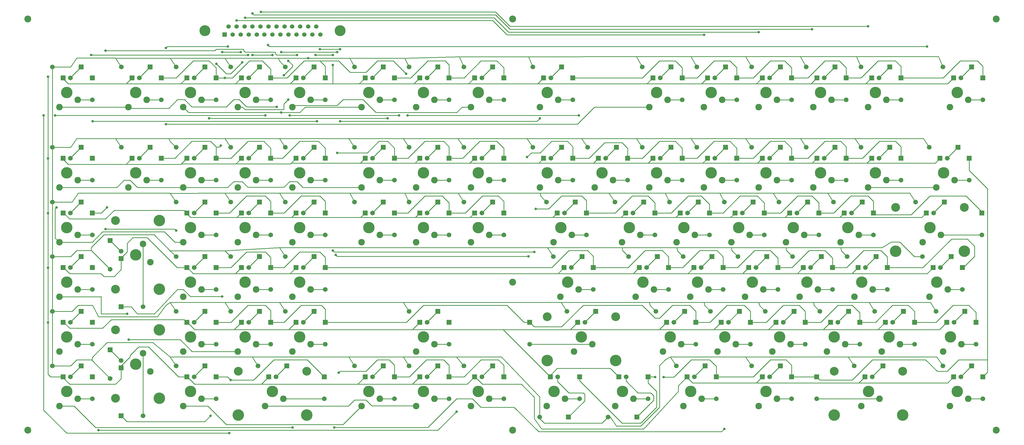
<source format=gbl>
G04 (created by PCBNEW (2013-07-07 BZR 4022)-stable) date 12/12/2017 2:38:17 AM*
%MOIN*%
G04 Gerber Fmt 3.4, Leading zero omitted, Abs format*
%FSLAX34Y34*%
G01*
G70*
G90*
G04 APERTURE LIST*
%ADD10C,0.00590551*%
%ADD11C,0.09*%
%ADD12C,0.157*%
%ADD13C,0.065*%
%ADD14R,0.065X0.065*%
%ADD15C,0.15*%
%ADD16R,0.06X0.06*%
%ADD17C,0.06*%
%ADD18C,0.0944882*%
%ADD19C,0.15748*%
%ADD20C,0.120079*%
%ADD21C,0.035*%
%ADD22C,0.01*%
G04 APERTURE END LIST*
G54D10*
G54D11*
X101362Y-24440D03*
X103862Y-23440D03*
G54D12*
X102362Y-22440D03*
G54D13*
X105862Y-23440D03*
G54D14*
X105862Y-20440D03*
G54D13*
X102862Y-20440D03*
G54D14*
X101862Y-20440D03*
X104330Y-18940D03*
G54D13*
X100393Y-18940D03*
G54D11*
X112582Y-31921D03*
X115082Y-30921D03*
G54D12*
X113582Y-29921D03*
G54D13*
X117082Y-30921D03*
G54D14*
X117082Y-27921D03*
G54D13*
X114082Y-27921D03*
G54D14*
X113082Y-27921D03*
X115551Y-26421D03*
G54D13*
X111614Y-26421D03*
G54D11*
X105102Y-31921D03*
X107602Y-30921D03*
G54D12*
X106102Y-29921D03*
G54D13*
X109602Y-30921D03*
G54D14*
X109602Y-27921D03*
G54D13*
X106602Y-27921D03*
G54D14*
X105602Y-27921D03*
X108070Y-26421D03*
G54D13*
X104133Y-26421D03*
G54D11*
X97622Y-31921D03*
X100122Y-30921D03*
G54D12*
X98622Y-29921D03*
G54D13*
X102122Y-30921D03*
G54D14*
X102122Y-27921D03*
G54D13*
X99122Y-27921D03*
G54D14*
X98122Y-27921D03*
X100590Y-26421D03*
G54D13*
X96653Y-26421D03*
G54D11*
X90141Y-31921D03*
X92641Y-30921D03*
G54D12*
X91141Y-29921D03*
G54D13*
X94641Y-30921D03*
G54D14*
X94641Y-27921D03*
G54D13*
X91641Y-27921D03*
G54D14*
X90641Y-27921D03*
X93110Y-26421D03*
G54D13*
X89173Y-26421D03*
G54D11*
X82661Y-31921D03*
X85161Y-30921D03*
G54D12*
X83661Y-29921D03*
G54D13*
X87161Y-30921D03*
G54D14*
X87161Y-27921D03*
G54D13*
X84161Y-27921D03*
G54D14*
X83161Y-27921D03*
X85629Y-26421D03*
G54D13*
X81692Y-26421D03*
G54D11*
X73311Y-31921D03*
X75811Y-30921D03*
G54D12*
X74311Y-29921D03*
G54D13*
X77811Y-30921D03*
G54D14*
X77811Y-27921D03*
G54D13*
X74811Y-27921D03*
G54D14*
X73811Y-27921D03*
X76279Y-26421D03*
G54D13*
X72342Y-26421D03*
G54D11*
X125673Y-24440D03*
X128173Y-23440D03*
G54D12*
X126673Y-22440D03*
G54D13*
X130173Y-23440D03*
G54D14*
X130173Y-20440D03*
G54D13*
X127173Y-20440D03*
G54D14*
X126173Y-20440D03*
X128641Y-18940D03*
G54D13*
X124704Y-18940D03*
G54D11*
X116322Y-24440D03*
X118822Y-23440D03*
G54D12*
X117322Y-22440D03*
G54D13*
X120822Y-23440D03*
G54D14*
X120822Y-20440D03*
G54D13*
X117822Y-20440D03*
G54D14*
X116822Y-20440D03*
X119291Y-18940D03*
G54D13*
X115354Y-18940D03*
G54D11*
X108842Y-24440D03*
X111342Y-23440D03*
G54D12*
X109842Y-22440D03*
G54D13*
X113342Y-23440D03*
G54D14*
X113342Y-20440D03*
G54D13*
X110342Y-20440D03*
G54D14*
X109342Y-20440D03*
X111811Y-18940D03*
G54D13*
X107874Y-18940D03*
G54D11*
X74246Y-39401D03*
X76746Y-38401D03*
G54D12*
X75246Y-37401D03*
G54D13*
X78746Y-38401D03*
G54D14*
X78746Y-35401D03*
G54D13*
X75746Y-35401D03*
G54D14*
X74746Y-35401D03*
X77214Y-33901D03*
G54D13*
X73277Y-33901D03*
G54D11*
X93881Y-24440D03*
X96381Y-23440D03*
G54D12*
X94881Y-22440D03*
G54D13*
X98381Y-23440D03*
G54D14*
X98381Y-20440D03*
G54D13*
X95381Y-20440D03*
G54D14*
X94381Y-20440D03*
X96850Y-18940D03*
G54D13*
X92913Y-18940D03*
G54D11*
X86401Y-24440D03*
X88901Y-23440D03*
G54D12*
X87401Y-22440D03*
G54D13*
X90901Y-23440D03*
G54D14*
X90901Y-20440D03*
G54D13*
X87901Y-20440D03*
G54D14*
X86901Y-20440D03*
X89370Y-18940D03*
G54D13*
X85433Y-18940D03*
G54D11*
X78921Y-24440D03*
X81421Y-23440D03*
G54D12*
X79921Y-22440D03*
G54D13*
X83421Y-23440D03*
G54D14*
X83421Y-20440D03*
G54D13*
X80421Y-20440D03*
G54D14*
X79421Y-20440D03*
X81889Y-18940D03*
G54D13*
X77952Y-18940D03*
G54D11*
X71440Y-24440D03*
X73940Y-23440D03*
G54D12*
X72440Y-22440D03*
G54D13*
X75940Y-23440D03*
G54D14*
X75940Y-20440D03*
G54D13*
X72940Y-20440D03*
G54D14*
X71940Y-20440D03*
X74409Y-18940D03*
G54D13*
X70472Y-18940D03*
G54D11*
X127543Y-13417D03*
X130043Y-12417D03*
G54D12*
X128543Y-11417D03*
G54D13*
X132043Y-12417D03*
G54D14*
X132043Y-9417D03*
G54D13*
X129043Y-9417D03*
G54D14*
X128043Y-9417D03*
X130511Y-7917D03*
G54D13*
X126574Y-7917D03*
G54D11*
X116322Y-13417D03*
X118822Y-12417D03*
G54D12*
X117322Y-11417D03*
G54D13*
X120822Y-12417D03*
G54D14*
X120822Y-9417D03*
G54D13*
X117822Y-9417D03*
G54D14*
X116822Y-9417D03*
X119291Y-7917D03*
G54D13*
X115354Y-7917D03*
G54D11*
X108842Y-13417D03*
X111342Y-12417D03*
G54D12*
X109842Y-11417D03*
G54D13*
X113342Y-12417D03*
G54D14*
X113342Y-9417D03*
G54D13*
X110342Y-9417D03*
G54D14*
X109342Y-9417D03*
X111811Y-7917D03*
G54D13*
X107874Y-7917D03*
G54D11*
X101362Y-13417D03*
X103862Y-12417D03*
G54D12*
X102362Y-11417D03*
G54D13*
X105862Y-12417D03*
G54D14*
X105862Y-9417D03*
G54D13*
X102862Y-9417D03*
G54D14*
X101862Y-9417D03*
X104330Y-7917D03*
G54D13*
X100393Y-7917D03*
G54D11*
X93881Y-13417D03*
X96381Y-12417D03*
G54D12*
X94881Y-11417D03*
G54D13*
X98381Y-12417D03*
G54D14*
X98381Y-9417D03*
G54D13*
X95381Y-9417D03*
G54D14*
X94381Y-9417D03*
X96850Y-7917D03*
G54D13*
X92913Y-7917D03*
G54D11*
X103232Y-46881D03*
X105732Y-45881D03*
G54D12*
X104232Y-44881D03*
G54D13*
X107732Y-45881D03*
G54D14*
X107732Y-42881D03*
G54D13*
X104732Y-42881D03*
G54D14*
X103732Y-42881D03*
X106200Y-41381D03*
G54D13*
X102263Y-41381D03*
G54D11*
X127543Y-54362D03*
X130043Y-53362D03*
G54D12*
X128543Y-52362D03*
G54D13*
X132043Y-53362D03*
G54D14*
X132043Y-50362D03*
G54D13*
X129043Y-50362D03*
G54D14*
X128043Y-50362D03*
X130511Y-48862D03*
G54D13*
X126574Y-48862D03*
G54D11*
X101362Y-54362D03*
X103862Y-53362D03*
G54D12*
X102362Y-52362D03*
G54D13*
X105862Y-53362D03*
G54D14*
X105862Y-50362D03*
G54D13*
X102862Y-50362D03*
G54D14*
X101862Y-50362D03*
X104330Y-48862D03*
G54D13*
X100393Y-48862D03*
G54D11*
X91076Y-54362D03*
X93576Y-53362D03*
G54D12*
X92076Y-52362D03*
G54D13*
X95576Y-53362D03*
G54D14*
X95576Y-50362D03*
G54D13*
X92576Y-50362D03*
G54D14*
X91576Y-50362D03*
X94045Y-48862D03*
G54D13*
X90108Y-48862D03*
G54D11*
X126608Y-46881D03*
X129108Y-45881D03*
G54D12*
X127608Y-44881D03*
G54D13*
X131108Y-45881D03*
G54D14*
X131108Y-42881D03*
G54D13*
X128108Y-42881D03*
G54D14*
X127108Y-42881D03*
X129576Y-41381D03*
G54D13*
X125639Y-41381D03*
G54D11*
X118192Y-46881D03*
X120692Y-45881D03*
G54D12*
X119192Y-44881D03*
G54D13*
X122692Y-45881D03*
G54D14*
X122692Y-42881D03*
G54D13*
X119692Y-42881D03*
G54D14*
X118692Y-42881D03*
X121161Y-41381D03*
G54D13*
X117224Y-41381D03*
G54D11*
X110712Y-46881D03*
X113212Y-45881D03*
G54D12*
X111712Y-44881D03*
G54D13*
X115212Y-45881D03*
G54D14*
X115212Y-42881D03*
G54D13*
X112212Y-42881D03*
G54D14*
X111212Y-42881D03*
X113681Y-41381D03*
G54D13*
X109744Y-41381D03*
G54D11*
X86401Y-13417D03*
X88901Y-12417D03*
G54D12*
X87401Y-11417D03*
G54D13*
X90901Y-12417D03*
G54D14*
X90901Y-9417D03*
G54D13*
X87901Y-9417D03*
G54D14*
X86901Y-9417D03*
X89370Y-7917D03*
G54D13*
X85433Y-7917D03*
G54D11*
X95751Y-46881D03*
X98251Y-45881D03*
G54D12*
X96751Y-44881D03*
G54D13*
X100251Y-45881D03*
G54D14*
X100251Y-42881D03*
G54D13*
X97251Y-42881D03*
G54D14*
X96251Y-42881D03*
X98720Y-41381D03*
G54D13*
X94783Y-41381D03*
G54D11*
X88271Y-46881D03*
X90771Y-45881D03*
G54D12*
X89271Y-44881D03*
G54D13*
X92771Y-45881D03*
G54D14*
X92771Y-42881D03*
G54D13*
X89771Y-42881D03*
G54D14*
X88771Y-42881D03*
X91240Y-41381D03*
G54D13*
X87303Y-41381D03*
G54D11*
X124738Y-39401D03*
X127238Y-38401D03*
G54D12*
X125738Y-37401D03*
G54D13*
X129238Y-38401D03*
G54D14*
X129238Y-35401D03*
G54D13*
X126238Y-35401D03*
G54D14*
X125238Y-35401D03*
X127706Y-33901D03*
G54D13*
X123769Y-33901D03*
G54D11*
X114452Y-39401D03*
X116952Y-38401D03*
G54D12*
X115452Y-37401D03*
G54D13*
X118952Y-38401D03*
G54D14*
X118952Y-35401D03*
G54D13*
X115952Y-35401D03*
G54D14*
X114952Y-35401D03*
X117421Y-33901D03*
G54D13*
X113484Y-33901D03*
G54D11*
X106972Y-39401D03*
X109472Y-38401D03*
G54D12*
X107972Y-37401D03*
G54D13*
X111472Y-38401D03*
G54D14*
X111472Y-35401D03*
G54D13*
X108472Y-35401D03*
G54D14*
X107472Y-35401D03*
X109940Y-33901D03*
G54D13*
X106003Y-33901D03*
G54D11*
X99492Y-39401D03*
X101992Y-38401D03*
G54D12*
X100492Y-37401D03*
G54D13*
X103992Y-38401D03*
G54D14*
X103992Y-35401D03*
G54D13*
X100992Y-35401D03*
G54D14*
X99992Y-35401D03*
X102460Y-33901D03*
G54D13*
X98523Y-33901D03*
G54D11*
X92011Y-39401D03*
X94511Y-38401D03*
G54D12*
X93011Y-37401D03*
G54D13*
X96511Y-38401D03*
G54D14*
X96511Y-35401D03*
G54D13*
X93511Y-35401D03*
G54D14*
X92511Y-35401D03*
X94980Y-33901D03*
G54D13*
X91043Y-33901D03*
G54D11*
X84531Y-39401D03*
X87031Y-38401D03*
G54D12*
X85531Y-37401D03*
G54D13*
X89031Y-38401D03*
G54D14*
X89031Y-35401D03*
G54D13*
X86031Y-35401D03*
G54D14*
X85031Y-35401D03*
X87500Y-33901D03*
G54D13*
X83562Y-33901D03*
G54D11*
X15141Y-24440D03*
X17641Y-23440D03*
G54D12*
X16141Y-22440D03*
G54D13*
X19641Y-23440D03*
G54D14*
X19641Y-20440D03*
G54D13*
X16641Y-20440D03*
G54D14*
X15641Y-20440D03*
X18110Y-18940D03*
G54D13*
X14173Y-18940D03*
G54D11*
X37582Y-39401D03*
X40082Y-38401D03*
G54D12*
X38582Y-37401D03*
G54D13*
X42082Y-38401D03*
G54D14*
X42082Y-35401D03*
G54D13*
X39082Y-35401D03*
G54D14*
X38082Y-35401D03*
X40551Y-33901D03*
G54D13*
X36614Y-33901D03*
G54D11*
X30102Y-39401D03*
X32602Y-38401D03*
G54D12*
X31102Y-37401D03*
G54D13*
X34602Y-38401D03*
G54D14*
X34602Y-35401D03*
G54D13*
X31602Y-35401D03*
G54D14*
X30602Y-35401D03*
X33070Y-33901D03*
G54D13*
X29133Y-33901D03*
G54D11*
X22622Y-39401D03*
X25122Y-38401D03*
G54D12*
X23622Y-37401D03*
G54D13*
X27122Y-38401D03*
G54D14*
X27122Y-35401D03*
G54D13*
X24122Y-35401D03*
G54D14*
X23122Y-35401D03*
X25590Y-33901D03*
G54D13*
X21653Y-33901D03*
G54D11*
X37582Y-31921D03*
X40082Y-30921D03*
G54D12*
X38582Y-29921D03*
G54D13*
X42082Y-30921D03*
G54D14*
X42082Y-27921D03*
G54D13*
X39082Y-27921D03*
G54D14*
X38082Y-27921D03*
X40551Y-26421D03*
G54D13*
X36614Y-26421D03*
G54D11*
X30102Y-31921D03*
X32602Y-30921D03*
G54D12*
X31102Y-29921D03*
G54D13*
X34602Y-30921D03*
G54D14*
X34602Y-27921D03*
G54D13*
X31602Y-27921D03*
G54D14*
X30602Y-27921D03*
X33070Y-26421D03*
G54D13*
X29133Y-26421D03*
G54D11*
X22622Y-31921D03*
X25122Y-30921D03*
G54D12*
X23622Y-29921D03*
G54D13*
X27122Y-30921D03*
G54D14*
X27122Y-27921D03*
G54D13*
X24122Y-27921D03*
G54D14*
X23122Y-27921D03*
X25590Y-26421D03*
G54D13*
X21653Y-26421D03*
G54D11*
X37582Y-24440D03*
X40082Y-23440D03*
G54D12*
X38582Y-22440D03*
G54D13*
X42082Y-23440D03*
G54D14*
X42082Y-20440D03*
G54D13*
X39082Y-20440D03*
G54D14*
X38082Y-20440D03*
X40551Y-18940D03*
G54D13*
X36614Y-18940D03*
G54D11*
X30102Y-24440D03*
X32602Y-23440D03*
G54D12*
X31102Y-22440D03*
G54D13*
X34602Y-23440D03*
G54D14*
X34602Y-20440D03*
G54D13*
X31602Y-20440D03*
G54D14*
X30602Y-20440D03*
X33070Y-18940D03*
G54D13*
X29133Y-18940D03*
G54D11*
X22622Y-24440D03*
X25122Y-23440D03*
G54D12*
X23622Y-22440D03*
G54D13*
X27122Y-23440D03*
G54D14*
X27122Y-20440D03*
G54D13*
X24122Y-20440D03*
G54D14*
X23122Y-20440D03*
X25590Y-18940D03*
G54D13*
X21653Y-18940D03*
G54D11*
X37582Y-13417D03*
X40082Y-12417D03*
G54D12*
X38582Y-11417D03*
G54D13*
X42082Y-12417D03*
G54D14*
X42082Y-9417D03*
G54D13*
X39082Y-9417D03*
G54D14*
X38082Y-9417D03*
X40551Y-7917D03*
G54D13*
X36614Y-7917D03*
G54D11*
X30102Y-13417D03*
X32602Y-12417D03*
G54D12*
X31102Y-11417D03*
G54D13*
X34602Y-12417D03*
G54D14*
X34602Y-9417D03*
G54D13*
X31602Y-9417D03*
G54D14*
X30602Y-9417D03*
X33070Y-7917D03*
G54D13*
X29133Y-7917D03*
G54D11*
X22622Y-13417D03*
X25122Y-12417D03*
G54D12*
X23622Y-11417D03*
G54D13*
X27122Y-12417D03*
G54D14*
X27122Y-9417D03*
G54D13*
X24122Y-9417D03*
G54D14*
X23122Y-9417D03*
X25590Y-7917D03*
G54D13*
X21653Y-7917D03*
G54D11*
X15141Y-13417D03*
X17641Y-12417D03*
G54D12*
X16141Y-11417D03*
G54D13*
X19641Y-12417D03*
G54D14*
X19641Y-9417D03*
G54D13*
X16641Y-9417D03*
G54D14*
X15641Y-9417D03*
X18110Y-7917D03*
G54D13*
X14173Y-7917D03*
G54D11*
X5692Y-54362D03*
X8192Y-53362D03*
G54D12*
X6692Y-52362D03*
G54D13*
X10192Y-53362D03*
G54D14*
X10192Y-50362D03*
G54D13*
X7192Y-50362D03*
G54D14*
X6192Y-50362D03*
X8661Y-48862D03*
G54D13*
X4724Y-48862D03*
G54D11*
X5692Y-46881D03*
X8192Y-45881D03*
G54D12*
X6692Y-44881D03*
G54D13*
X10192Y-45881D03*
G54D14*
X10192Y-42881D03*
G54D13*
X7192Y-42881D03*
G54D14*
X6192Y-42881D03*
X8661Y-41381D03*
G54D13*
X4724Y-41381D03*
G54D11*
X5692Y-39401D03*
X8192Y-38401D03*
G54D12*
X6692Y-37401D03*
G54D13*
X10192Y-38401D03*
G54D14*
X10192Y-35401D03*
G54D13*
X7192Y-35401D03*
G54D14*
X6192Y-35401D03*
X8661Y-33901D03*
G54D13*
X4724Y-33901D03*
G54D11*
X5692Y-31921D03*
X8192Y-30921D03*
G54D12*
X6692Y-29921D03*
G54D13*
X10192Y-30921D03*
G54D14*
X10192Y-27921D03*
G54D13*
X7192Y-27921D03*
G54D14*
X6192Y-27921D03*
X8661Y-26421D03*
G54D13*
X4724Y-26421D03*
G54D11*
X5692Y-24440D03*
X8192Y-23440D03*
G54D12*
X6692Y-22440D03*
G54D13*
X10192Y-23440D03*
G54D14*
X10192Y-20440D03*
G54D13*
X7192Y-20440D03*
G54D14*
X6192Y-20440D03*
X8661Y-18940D03*
G54D13*
X4724Y-18940D03*
G54D11*
X47031Y-24440D03*
X49531Y-23440D03*
G54D12*
X48031Y-22440D03*
G54D13*
X51531Y-23440D03*
G54D14*
X51531Y-20440D03*
G54D13*
X48531Y-20440D03*
G54D14*
X47531Y-20440D03*
X50000Y-18940D03*
G54D13*
X46062Y-18940D03*
G54D11*
X71440Y-13417D03*
X73940Y-12417D03*
G54D12*
X72440Y-11417D03*
G54D13*
X75940Y-12417D03*
G54D14*
X75940Y-9417D03*
G54D13*
X72940Y-9417D03*
G54D14*
X71940Y-9417D03*
X74409Y-7917D03*
G54D13*
X70472Y-7917D03*
G54D11*
X61992Y-54362D03*
X64492Y-53362D03*
G54D12*
X62992Y-52362D03*
G54D13*
X66492Y-53362D03*
G54D14*
X66492Y-50362D03*
G54D13*
X63492Y-50362D03*
G54D14*
X62492Y-50362D03*
X64960Y-48862D03*
G54D13*
X61023Y-48862D03*
G54D11*
X54511Y-54362D03*
X57011Y-53362D03*
G54D12*
X55511Y-52362D03*
G54D13*
X59011Y-53362D03*
G54D14*
X59011Y-50362D03*
G54D13*
X56011Y-50362D03*
G54D14*
X55011Y-50362D03*
X57480Y-48862D03*
G54D13*
X53543Y-48862D03*
G54D11*
X47031Y-54362D03*
X49531Y-53362D03*
G54D12*
X48031Y-52362D03*
G54D13*
X51531Y-53362D03*
G54D14*
X51531Y-50362D03*
G54D13*
X48531Y-50362D03*
G54D14*
X47531Y-50362D03*
X50000Y-48862D03*
G54D13*
X46062Y-48862D03*
G54D11*
X54511Y-46881D03*
X57011Y-45881D03*
G54D12*
X55511Y-44881D03*
G54D13*
X59011Y-45881D03*
G54D14*
X59011Y-42881D03*
G54D13*
X56011Y-42881D03*
G54D14*
X55011Y-42881D03*
X57480Y-41381D03*
G54D13*
X53543Y-41381D03*
G54D11*
X61992Y-31921D03*
X64492Y-30921D03*
G54D12*
X62992Y-29921D03*
G54D13*
X66492Y-30921D03*
G54D14*
X66492Y-27921D03*
G54D13*
X63492Y-27921D03*
G54D14*
X62492Y-27921D03*
X64960Y-26421D03*
G54D13*
X61023Y-26421D03*
G54D11*
X54511Y-31921D03*
X57011Y-30921D03*
G54D12*
X55511Y-29921D03*
G54D13*
X59011Y-30921D03*
G54D14*
X59011Y-27921D03*
G54D13*
X56011Y-27921D03*
G54D14*
X55011Y-27921D03*
X57480Y-26421D03*
G54D13*
X53543Y-26421D03*
G54D11*
X47031Y-31921D03*
X49531Y-30921D03*
G54D12*
X48031Y-29921D03*
G54D13*
X51531Y-30921D03*
G54D14*
X51531Y-27921D03*
G54D13*
X48531Y-27921D03*
G54D14*
X47531Y-27921D03*
X50000Y-26421D03*
G54D13*
X46062Y-26421D03*
G54D11*
X61992Y-24440D03*
X64492Y-23440D03*
G54D12*
X62992Y-22440D03*
G54D13*
X66492Y-23440D03*
G54D14*
X66492Y-20440D03*
G54D13*
X63492Y-20440D03*
G54D14*
X62492Y-20440D03*
X64960Y-18940D03*
G54D13*
X61023Y-18940D03*
G54D11*
X54511Y-24440D03*
X57011Y-23440D03*
G54D12*
X55511Y-22440D03*
G54D13*
X59011Y-23440D03*
G54D14*
X59011Y-20440D03*
G54D13*
X56011Y-20440D03*
G54D14*
X55011Y-20440D03*
X57480Y-18940D03*
G54D13*
X53543Y-18940D03*
G54D11*
X5692Y-13417D03*
X8192Y-12417D03*
G54D12*
X6692Y-11417D03*
G54D13*
X10192Y-12417D03*
G54D14*
X10192Y-9417D03*
G54D13*
X7192Y-9417D03*
G54D14*
X6192Y-9417D03*
X8661Y-7917D03*
G54D13*
X4724Y-7917D03*
G54D11*
X61992Y-13417D03*
X64492Y-12417D03*
G54D12*
X62992Y-11417D03*
G54D13*
X66492Y-12417D03*
G54D14*
X66492Y-9417D03*
G54D13*
X63492Y-9417D03*
G54D14*
X62492Y-9417D03*
X64960Y-7917D03*
G54D13*
X61023Y-7917D03*
G54D11*
X54511Y-13417D03*
X57011Y-12417D03*
G54D12*
X55511Y-11417D03*
G54D13*
X59011Y-12417D03*
G54D14*
X59011Y-9417D03*
G54D13*
X56011Y-9417D03*
G54D14*
X55011Y-9417D03*
X57480Y-7917D03*
G54D13*
X53543Y-7917D03*
G54D11*
X47031Y-13417D03*
X49531Y-12417D03*
G54D12*
X48031Y-11417D03*
G54D13*
X51531Y-12417D03*
G54D14*
X51531Y-9417D03*
G54D13*
X48531Y-9417D03*
G54D14*
X47531Y-9417D03*
X50000Y-7917D03*
G54D13*
X46062Y-7917D03*
G54D11*
X22622Y-54362D03*
X25122Y-53362D03*
G54D12*
X23622Y-52362D03*
G54D13*
X27122Y-53362D03*
G54D14*
X27122Y-50362D03*
G54D13*
X24122Y-50362D03*
G54D14*
X23122Y-50362D03*
X25590Y-48862D03*
G54D13*
X21653Y-48862D03*
G54D11*
X37582Y-46881D03*
X40082Y-45881D03*
G54D12*
X38582Y-44881D03*
G54D13*
X42082Y-45881D03*
G54D14*
X42082Y-42881D03*
G54D13*
X39082Y-42881D03*
G54D14*
X38082Y-42881D03*
X40551Y-41381D03*
G54D13*
X36614Y-41381D03*
G54D11*
X30102Y-46881D03*
X32602Y-45881D03*
G54D12*
X31102Y-44881D03*
G54D13*
X34602Y-45881D03*
G54D14*
X34602Y-42881D03*
G54D13*
X31602Y-42881D03*
G54D14*
X30602Y-42881D03*
X33070Y-41381D03*
G54D13*
X29133Y-41381D03*
G54D11*
X22622Y-46881D03*
X25122Y-45881D03*
G54D12*
X23622Y-44881D03*
G54D13*
X27122Y-45881D03*
G54D14*
X27122Y-42881D03*
G54D13*
X24122Y-42881D03*
G54D14*
X23122Y-42881D03*
X25590Y-41381D03*
G54D13*
X21653Y-41381D03*
G54D15*
X44092Y-2952D03*
X25592Y-2952D03*
G54D16*
X28292Y-3502D03*
G54D17*
X29392Y-3502D03*
X30492Y-3502D03*
X31592Y-3502D03*
X32692Y-3502D03*
X33742Y-3502D03*
X34842Y-3502D03*
X35942Y-3502D03*
X37042Y-3502D03*
X38142Y-3502D03*
X39192Y-3502D03*
X40292Y-3502D03*
X41392Y-3502D03*
X28842Y-2402D03*
X29942Y-2402D03*
X31042Y-2402D03*
X32092Y-2402D03*
X33192Y-2402D03*
X34292Y-2402D03*
X35392Y-2402D03*
X36492Y-2402D03*
X37542Y-2402D03*
X38642Y-2402D03*
X39742Y-2402D03*
X40842Y-2402D03*
G54D18*
X1377Y-1377D03*
X133858Y-1377D03*
X67716Y-1377D03*
X1377Y-57677D03*
X67716Y-57677D03*
X133858Y-57677D03*
X67716Y-37401D03*
G54D11*
X18141Y-34661D03*
X17141Y-32161D03*
G54D12*
X16141Y-33661D03*
G54D13*
X17141Y-40748D03*
G54D14*
X14141Y-40748D03*
G54D13*
X14141Y-33161D03*
G54D14*
X14141Y-34161D03*
X12641Y-31692D03*
G54D13*
X12641Y-35629D03*
G54D19*
X19385Y-28976D03*
G54D20*
X13385Y-28976D03*
G54D19*
X19385Y-38346D03*
G54D20*
X13385Y-38346D03*
G54D11*
X18141Y-49622D03*
X17141Y-47122D03*
G54D12*
X16141Y-48622D03*
G54D13*
X17141Y-55708D03*
G54D14*
X14141Y-55708D03*
G54D13*
X14141Y-48122D03*
G54D14*
X14141Y-49122D03*
X12641Y-46653D03*
G54D13*
X12641Y-50590D03*
G54D19*
X19385Y-43937D03*
G54D20*
X13385Y-43937D03*
G54D19*
X19385Y-53307D03*
G54D20*
X13385Y-53307D03*
G54D11*
X33842Y-54362D03*
X36342Y-53362D03*
G54D12*
X34842Y-52362D03*
G54D13*
X41929Y-53362D03*
G54D14*
X41929Y-50362D03*
G54D13*
X35342Y-50362D03*
G54D14*
X34342Y-50362D03*
X36811Y-48862D03*
G54D13*
X32874Y-48862D03*
G54D19*
X39527Y-55606D03*
G54D20*
X39527Y-49606D03*
G54D19*
X30157Y-55606D03*
G54D20*
X30157Y-49606D03*
G54D11*
X76116Y-46881D03*
X78616Y-45881D03*
G54D12*
X77116Y-44881D03*
G54D13*
X70029Y-45881D03*
G54D14*
X70029Y-42881D03*
G54D13*
X77616Y-42881D03*
G54D14*
X76616Y-42881D03*
X79084Y-41381D03*
G54D13*
X75147Y-41381D03*
G54D19*
X81801Y-48125D03*
G54D20*
X81801Y-42125D03*
G54D19*
X72431Y-48125D03*
G54D20*
X72431Y-42125D03*
G54D11*
X123803Y-31921D03*
X126303Y-30921D03*
G54D12*
X124803Y-29921D03*
G54D13*
X131889Y-30921D03*
G54D14*
X131889Y-27921D03*
G54D13*
X125303Y-27921D03*
G54D14*
X124303Y-27921D03*
X126771Y-26421D03*
G54D13*
X122834Y-26421D03*
G54D19*
X129488Y-33165D03*
G54D20*
X129488Y-27165D03*
G54D19*
X120118Y-33165D03*
G54D20*
X120118Y-27165D03*
G54D11*
X115387Y-54362D03*
X117887Y-53362D03*
G54D12*
X116387Y-52362D03*
G54D13*
X109301Y-53362D03*
G54D14*
X109301Y-50362D03*
G54D13*
X116887Y-50362D03*
G54D14*
X115887Y-50362D03*
X118356Y-48862D03*
G54D13*
X114419Y-48862D03*
G54D19*
X121072Y-55606D03*
G54D20*
X121072Y-49606D03*
G54D19*
X111702Y-55606D03*
G54D20*
X111702Y-49606D03*
G54D11*
X72375Y-54362D03*
X74875Y-53362D03*
G54D12*
X73375Y-52362D03*
G54D13*
X76875Y-53362D03*
G54D14*
X76875Y-50362D03*
G54D13*
X73875Y-50362D03*
G54D14*
X72875Y-50362D03*
X75344Y-55862D03*
G54D13*
X71407Y-55862D03*
G54D11*
X81726Y-54362D03*
X84226Y-53362D03*
G54D12*
X82726Y-52362D03*
G54D13*
X86226Y-53362D03*
G54D14*
X86226Y-50362D03*
G54D13*
X83226Y-50362D03*
G54D14*
X82226Y-50362D03*
X84694Y-55862D03*
G54D13*
X80757Y-55862D03*
G54D21*
X71440Y-14960D03*
X41338Y-5511D03*
X44094Y-5511D03*
X44094Y-15354D03*
X28740Y-5118D03*
X20275Y-5314D03*
X20275Y-15748D03*
X43897Y-49803D03*
X116338Y-2362D03*
X33267Y-393D03*
X101377Y-3149D03*
X31102Y-1181D03*
X37007Y-12401D03*
X14960Y-41732D03*
X15157Y-45275D03*
X124409Y-5118D03*
X34251Y-4921D03*
X36023Y-14173D03*
X5314Y-27165D03*
X37598Y-57283D03*
X108661Y-2755D03*
X32086Y-590D03*
X93897Y-3543D03*
X29921Y-1574D03*
X35433Y-13385D03*
X50590Y-14960D03*
X26181Y-14960D03*
X27165Y-7480D03*
X30708Y-7283D03*
X32086Y-6299D03*
X34842Y-6299D03*
X43700Y-19685D03*
X43700Y-5905D03*
X36023Y-5905D03*
X52165Y-14566D03*
X37204Y-14566D03*
X36417Y-9055D03*
X37007Y-7086D03*
X26377Y-55708D03*
X29133Y-50787D03*
X28937Y-58070D03*
X3543Y-14566D03*
X5118Y-14566D03*
X33858Y-14566D03*
X43307Y-57283D03*
X96653Y-57480D03*
X87204Y-50393D03*
X88385Y-50393D03*
X12204Y-27165D03*
X12007Y-5708D03*
X38188Y-6299D03*
X10236Y-15354D03*
X40944Y-15354D03*
X11023Y-57677D03*
X60039Y-55118D03*
X43110Y-7677D03*
X43110Y-6299D03*
X40748Y-6299D03*
X4133Y-27952D03*
X4133Y-35433D03*
X4133Y-42913D03*
X4133Y-20472D03*
X4133Y-9251D03*
X76771Y-14566D03*
X53346Y-14566D03*
X53149Y-8858D03*
X28346Y-9417D03*
X27755Y-18700D03*
X69685Y-20275D03*
X69881Y-33858D03*
X43503Y-33661D03*
X39742Y-6714D03*
X30511Y-5905D03*
X27952Y-5905D03*
X70866Y-27362D03*
X70669Y-33267D03*
X43110Y-33070D03*
X27952Y-39370D03*
X12007Y-30118D03*
X21653Y-30314D03*
X31496Y-6299D03*
X10039Y-6299D03*
G54D22*
X116887Y-50362D02*
X116887Y-50330D01*
X116887Y-50330D02*
X118356Y-48862D01*
X8192Y-45881D02*
X10192Y-45881D01*
X90771Y-45881D02*
X92771Y-45881D01*
X114082Y-27921D02*
X114082Y-27889D01*
X114082Y-27889D02*
X115551Y-26421D01*
X126303Y-30921D02*
X131889Y-30921D01*
X125303Y-27921D02*
X125303Y-27889D01*
X125303Y-27889D02*
X126771Y-26421D01*
X76746Y-38401D02*
X78746Y-38401D01*
X75746Y-35401D02*
X75746Y-35370D01*
X75746Y-35370D02*
X77214Y-33901D01*
X89771Y-42881D02*
X89771Y-42850D01*
X89771Y-42850D02*
X91240Y-41381D01*
X87031Y-38401D02*
X89031Y-38401D01*
X86031Y-35401D02*
X86031Y-35370D01*
X86031Y-35370D02*
X87500Y-33901D01*
X94511Y-38401D02*
X96511Y-38401D01*
X7192Y-42881D02*
X7192Y-42850D01*
X7192Y-42850D02*
X8661Y-41381D01*
X93511Y-35401D02*
X93511Y-35370D01*
X93511Y-35370D02*
X94980Y-33901D01*
X101992Y-38401D02*
X103992Y-38401D01*
X93576Y-53362D02*
X95576Y-53362D01*
X128108Y-42881D02*
X128108Y-42850D01*
X128108Y-42850D02*
X129576Y-41381D01*
X74875Y-53362D02*
X76875Y-53362D01*
X73875Y-50362D02*
X73875Y-51041D01*
X77559Y-53647D02*
X75344Y-55862D01*
X77559Y-52755D02*
X77559Y-53647D01*
X77362Y-52559D02*
X77559Y-52755D01*
X75393Y-52559D02*
X77362Y-52559D01*
X73875Y-51041D02*
X75393Y-52559D01*
X84226Y-53362D02*
X86226Y-53362D01*
X83226Y-50362D02*
X83226Y-50942D01*
X87007Y-53549D02*
X84694Y-55862D01*
X87007Y-52952D02*
X87007Y-53549D01*
X86614Y-52559D02*
X87007Y-52952D01*
X84842Y-52559D02*
X86614Y-52559D01*
X83226Y-50942D02*
X84842Y-52559D01*
X92576Y-50362D02*
X92576Y-50330D01*
X92576Y-50330D02*
X94045Y-48862D01*
X103862Y-53362D02*
X105862Y-53362D01*
X8192Y-53362D02*
X10192Y-53362D01*
X102862Y-50362D02*
X102862Y-50330D01*
X102862Y-50330D02*
X104330Y-48862D01*
X109301Y-53362D02*
X117887Y-53362D01*
X113212Y-45881D02*
X115212Y-45881D01*
X98251Y-45881D02*
X100251Y-45881D01*
X97251Y-42881D02*
X97251Y-42850D01*
X97251Y-42850D02*
X98720Y-41381D01*
X105732Y-45881D02*
X107732Y-45881D01*
X104732Y-42881D02*
X104732Y-42850D01*
X104732Y-42850D02*
X106200Y-41381D01*
X112212Y-42881D02*
X112212Y-42850D01*
X112212Y-42850D02*
X113681Y-41381D01*
X120692Y-45881D02*
X122692Y-45881D01*
X119692Y-42881D02*
X119692Y-42850D01*
X119692Y-42850D02*
X121161Y-41381D01*
X7192Y-50362D02*
X7192Y-50330D01*
X7192Y-50330D02*
X8661Y-48862D01*
X129108Y-45881D02*
X131108Y-45881D01*
X118822Y-12417D02*
X120822Y-12417D01*
X117822Y-9417D02*
X117822Y-9385D01*
X117822Y-9385D02*
X119291Y-7917D01*
X130043Y-12417D02*
X132043Y-12417D01*
X129043Y-9417D02*
X129043Y-9385D01*
X129043Y-9385D02*
X130511Y-7917D01*
X128173Y-23440D02*
X130173Y-23440D01*
X127173Y-20440D02*
X127173Y-20409D01*
X127173Y-20409D02*
X128641Y-18940D01*
X73940Y-23440D02*
X75940Y-23440D01*
X72940Y-20440D02*
X72940Y-20409D01*
X72940Y-20409D02*
X74409Y-18940D01*
X81421Y-23440D02*
X83421Y-23440D01*
X17141Y-47122D02*
X17141Y-55708D01*
X80421Y-20440D02*
X80421Y-20409D01*
X80421Y-20409D02*
X81889Y-18940D01*
X88901Y-23440D02*
X90901Y-23440D01*
X95381Y-9417D02*
X95381Y-9385D01*
X95381Y-9385D02*
X96850Y-7917D01*
X72940Y-9417D02*
X72940Y-9385D01*
X72940Y-9385D02*
X74409Y-7917D01*
X88901Y-12417D02*
X90901Y-12417D01*
X87901Y-9417D02*
X87901Y-9385D01*
X87901Y-9385D02*
X89370Y-7917D01*
X96381Y-12417D02*
X98381Y-12417D01*
X103862Y-12417D02*
X105862Y-12417D01*
X102862Y-9417D02*
X102862Y-9385D01*
X102862Y-9385D02*
X104330Y-7917D01*
X111342Y-12417D02*
X113342Y-12417D01*
X25122Y-38401D02*
X27122Y-38401D01*
X110342Y-9417D02*
X110342Y-9385D01*
X110342Y-9385D02*
X111811Y-7917D01*
X74811Y-27921D02*
X74811Y-27889D01*
X74811Y-27889D02*
X76279Y-26421D01*
X85161Y-30921D02*
X87161Y-30921D01*
X84161Y-27921D02*
X84161Y-27889D01*
X84161Y-27889D02*
X85629Y-26421D01*
X92641Y-30921D02*
X94641Y-30921D01*
X91641Y-27921D02*
X91641Y-27889D01*
X91641Y-27889D02*
X93110Y-26421D01*
X100122Y-30921D02*
X102122Y-30921D01*
X99122Y-27921D02*
X99122Y-27889D01*
X99122Y-27889D02*
X100590Y-26421D01*
X107602Y-30921D02*
X109602Y-30921D01*
X106602Y-27921D02*
X106602Y-27889D01*
X106602Y-27889D02*
X108070Y-26421D01*
X24122Y-35401D02*
X24122Y-35370D01*
X24122Y-35370D02*
X25590Y-33901D01*
X115082Y-30921D02*
X117082Y-30921D01*
X87901Y-20440D02*
X87901Y-20409D01*
X87901Y-20409D02*
X89370Y-18940D01*
X96381Y-23440D02*
X98381Y-23440D01*
X95381Y-20440D02*
X95381Y-20409D01*
X95381Y-20409D02*
X96850Y-18940D01*
X103862Y-23440D02*
X105862Y-23440D01*
X102862Y-20440D02*
X102862Y-20409D01*
X102862Y-20409D02*
X104330Y-18940D01*
X111342Y-23440D02*
X113342Y-23440D01*
X110342Y-20440D02*
X110342Y-20409D01*
X110342Y-20409D02*
X111811Y-18940D01*
X118822Y-23440D02*
X120822Y-23440D01*
X117822Y-20440D02*
X117822Y-20409D01*
X117822Y-20409D02*
X119291Y-18940D01*
X25122Y-45881D02*
X27122Y-45881D01*
X75811Y-30921D02*
X77811Y-30921D01*
X44094Y-5511D02*
X41338Y-5511D01*
X71047Y-15354D02*
X44094Y-15354D01*
X71047Y-15354D02*
X71440Y-14960D01*
X86401Y-13417D02*
X78905Y-13417D01*
X20472Y-5118D02*
X28740Y-5118D01*
X20275Y-5314D02*
X20472Y-5118D01*
X76574Y-15748D02*
X20275Y-15748D01*
X78905Y-13417D02*
X76574Y-15748D01*
X51531Y-48775D02*
X51531Y-50362D01*
X50787Y-48031D02*
X51531Y-48775D01*
X49212Y-48031D02*
X50787Y-48031D01*
X47637Y-49606D02*
X49212Y-48031D01*
X44094Y-49606D02*
X47637Y-49606D01*
X43897Y-49803D02*
X44094Y-49606D01*
X59011Y-50362D02*
X59011Y-48775D01*
X53574Y-50362D02*
X51531Y-50362D01*
X55905Y-48031D02*
X53574Y-50362D01*
X58267Y-48031D02*
X55905Y-48031D01*
X59011Y-48775D02*
X58267Y-48031D01*
X66492Y-50362D02*
X66492Y-48775D01*
X61055Y-50362D02*
X59011Y-50362D01*
X63385Y-48031D02*
X61055Y-50362D01*
X65748Y-48031D02*
X63385Y-48031D01*
X66492Y-48775D02*
X65748Y-48031D01*
X67322Y-2362D02*
X116338Y-2362D01*
X65354Y-393D02*
X67322Y-2362D01*
X33267Y-393D02*
X65354Y-393D01*
X67125Y-3149D02*
X101377Y-3149D01*
X65157Y-1181D02*
X67125Y-3149D01*
X31102Y-1181D02*
X65157Y-1181D01*
X30740Y-13417D02*
X30102Y-13417D01*
X31102Y-13779D02*
X30740Y-13417D01*
X36417Y-13779D02*
X31102Y-13779D01*
X36417Y-12992D02*
X36417Y-13779D01*
X37007Y-12401D02*
X36417Y-12992D01*
X33842Y-54362D02*
X45244Y-54362D01*
X54480Y-54330D02*
X54511Y-54362D01*
X48425Y-54330D02*
X54480Y-54330D01*
X47637Y-53543D02*
X48425Y-54330D01*
X46062Y-53543D02*
X47637Y-53543D01*
X45244Y-54362D02*
X46062Y-53543D01*
X30102Y-46881D02*
X23850Y-46881D01*
X11385Y-39401D02*
X5692Y-39401D01*
X11417Y-39370D02*
X11385Y-39401D01*
X11417Y-41732D02*
X11417Y-39370D01*
X14960Y-41732D02*
X11417Y-41732D01*
X22244Y-45275D02*
X15157Y-45275D01*
X23850Y-46881D02*
X22244Y-45275D01*
X34448Y-5118D02*
X124409Y-5118D01*
X34251Y-4921D02*
X34448Y-5118D01*
X125673Y-24440D02*
X116322Y-24440D01*
X22622Y-54362D02*
X26015Y-54362D01*
X44503Y-56889D02*
X47031Y-54362D01*
X28543Y-56889D02*
X44503Y-56889D01*
X26015Y-54362D02*
X28543Y-56889D01*
X47031Y-13417D02*
X39338Y-13417D01*
X23377Y-14173D02*
X22622Y-13417D01*
X38582Y-14173D02*
X36023Y-14173D01*
X36023Y-14173D02*
X23377Y-14173D01*
X39338Y-13417D02*
X38582Y-14173D01*
X22622Y-24440D02*
X28708Y-24440D01*
X39007Y-24440D02*
X47031Y-24440D01*
X38188Y-23622D02*
X39007Y-24440D01*
X37204Y-23622D02*
X38188Y-23622D01*
X36417Y-24409D02*
X37204Y-23622D01*
X31496Y-24409D02*
X36417Y-24409D01*
X30708Y-23622D02*
X31496Y-24409D01*
X29527Y-23622D02*
X30708Y-23622D01*
X28708Y-24440D02*
X29527Y-23622D01*
X5692Y-24440D02*
X13551Y-24440D01*
X16370Y-24440D02*
X22622Y-24440D01*
X15354Y-23425D02*
X16370Y-24440D01*
X14566Y-23425D02*
X15354Y-23425D01*
X13551Y-24440D02*
X14566Y-23425D01*
X5692Y-31921D02*
X10204Y-31921D01*
X21488Y-31921D02*
X22622Y-31921D01*
X20078Y-30511D02*
X21488Y-31921D01*
X11614Y-30511D02*
X20078Y-30511D01*
X10204Y-31921D02*
X11614Y-30511D01*
X5118Y-31346D02*
X5692Y-31921D01*
X5118Y-27362D02*
X5118Y-31346D01*
X5314Y-27165D02*
X5118Y-27362D01*
X61992Y-13417D02*
X60795Y-13417D01*
X37811Y-13188D02*
X37582Y-13417D01*
X43700Y-13188D02*
X37811Y-13188D01*
X44488Y-12401D02*
X43700Y-13188D01*
X47244Y-12401D02*
X44488Y-12401D01*
X49015Y-14173D02*
X47244Y-12401D01*
X60039Y-14173D02*
X49015Y-14173D01*
X60795Y-13417D02*
X60039Y-14173D01*
X7708Y-54362D02*
X5692Y-54362D01*
X10629Y-57283D02*
X7708Y-54362D01*
X37598Y-57283D02*
X10629Y-57283D01*
X24122Y-42881D02*
X24122Y-42850D01*
X24122Y-42850D02*
X25590Y-41381D01*
X67322Y-2755D02*
X108661Y-2755D01*
X65354Y-787D02*
X67322Y-2755D01*
X32283Y-787D02*
X65354Y-787D01*
X32086Y-590D02*
X32283Y-787D01*
X66929Y-3543D02*
X93897Y-3543D01*
X64960Y-1574D02*
X66929Y-3543D01*
X29921Y-1574D02*
X64960Y-1574D01*
X15307Y-13582D02*
X15141Y-13417D01*
X20669Y-13582D02*
X15307Y-13582D01*
X21850Y-12401D02*
X20669Y-13582D01*
X22834Y-12401D02*
X21850Y-12401D01*
X23818Y-13385D02*
X22834Y-12401D01*
X28543Y-13385D02*
X23818Y-13385D01*
X29527Y-12401D02*
X28543Y-13385D01*
X30314Y-12401D02*
X29527Y-12401D01*
X31299Y-13385D02*
X30314Y-12401D01*
X35433Y-13385D02*
X31299Y-13385D01*
X5692Y-13417D02*
X15141Y-13417D01*
X26181Y-14960D02*
X50590Y-14960D01*
X28543Y-8858D02*
X27165Y-7480D01*
X29133Y-8858D02*
X28543Y-8858D01*
X30708Y-7283D02*
X29133Y-8858D01*
X34842Y-6299D02*
X32086Y-6299D01*
X59011Y-9417D02*
X59011Y-7633D01*
X53771Y-9417D02*
X51531Y-9417D01*
X56102Y-7086D02*
X53771Y-9417D01*
X58464Y-7086D02*
X56102Y-7086D01*
X59011Y-7633D02*
X58464Y-7086D01*
X66492Y-9417D02*
X66492Y-8027D01*
X61055Y-9417D02*
X59011Y-9417D01*
X63385Y-7086D02*
X61055Y-9417D01*
X65551Y-7086D02*
X63385Y-7086D01*
X66492Y-8027D02*
X65551Y-7086D01*
X51531Y-19051D02*
X51531Y-20440D01*
X50590Y-18110D02*
X51531Y-19051D01*
X49409Y-18110D02*
X50590Y-18110D01*
X47834Y-19685D02*
X49409Y-18110D01*
X43700Y-19685D02*
X47834Y-19685D01*
X36023Y-5905D02*
X43700Y-5905D01*
X59011Y-20440D02*
X60858Y-20440D01*
X66492Y-19051D02*
X66492Y-20440D01*
X65551Y-18110D02*
X66492Y-19051D01*
X63188Y-18110D02*
X65551Y-18110D01*
X60858Y-20440D02*
X63188Y-18110D01*
X51531Y-20440D02*
X53377Y-20440D01*
X59011Y-18854D02*
X59011Y-20440D01*
X58267Y-18110D02*
X59011Y-18854D01*
X55708Y-18110D02*
X58267Y-18110D01*
X53377Y-20440D02*
X55708Y-18110D01*
X37204Y-14566D02*
X52165Y-14566D01*
X37598Y-7874D02*
X36417Y-9055D01*
X37598Y-7677D02*
X37598Y-7874D01*
X37007Y-7086D02*
X37598Y-7677D01*
X59011Y-27921D02*
X61251Y-27921D01*
X66492Y-26334D02*
X66492Y-27921D01*
X65748Y-25590D02*
X66492Y-26334D01*
X63582Y-25590D02*
X65748Y-25590D01*
X61251Y-27921D02*
X63582Y-25590D01*
X51531Y-27921D02*
X53377Y-27921D01*
X59011Y-26531D02*
X59011Y-27921D01*
X58070Y-25590D02*
X59011Y-26531D01*
X55708Y-25590D02*
X58070Y-25590D01*
X53377Y-27921D02*
X55708Y-25590D01*
X14929Y-56496D02*
X14141Y-55708D01*
X25590Y-56496D02*
X14929Y-56496D01*
X26377Y-55708D02*
X25590Y-56496D01*
X34602Y-42881D02*
X34602Y-41295D01*
X29165Y-42881D02*
X27122Y-42881D01*
X31496Y-40551D02*
X29165Y-42881D01*
X33858Y-40551D02*
X31496Y-40551D01*
X34602Y-41295D02*
X33858Y-40551D01*
X42082Y-42881D02*
X42082Y-41098D01*
X36448Y-42881D02*
X34602Y-42881D01*
X38779Y-40551D02*
X36448Y-42881D01*
X41535Y-40551D02*
X38779Y-40551D01*
X42082Y-41098D02*
X41535Y-40551D01*
X70029Y-42881D02*
X69259Y-42881D01*
X53181Y-42881D02*
X42082Y-42881D01*
X55511Y-40551D02*
X53181Y-42881D01*
X66929Y-40551D02*
X55511Y-40551D01*
X69259Y-42881D02*
X66929Y-40551D01*
X92771Y-42881D02*
X92771Y-41393D01*
X70651Y-43503D02*
X70029Y-42881D01*
X74409Y-43503D02*
X70651Y-43503D01*
X77362Y-40551D02*
X74409Y-43503D01*
X85433Y-40551D02*
X77362Y-40551D01*
X87204Y-42322D02*
X85433Y-40551D01*
X87795Y-42322D02*
X87204Y-42322D01*
X89566Y-40551D02*
X87795Y-42322D01*
X91929Y-40551D02*
X89566Y-40551D01*
X92771Y-41393D02*
X91929Y-40551D01*
X100251Y-42881D02*
X100251Y-41393D01*
X94716Y-42881D02*
X92771Y-42881D01*
X97047Y-40551D02*
X94716Y-42881D01*
X99409Y-40551D02*
X97047Y-40551D01*
X100251Y-41393D02*
X99409Y-40551D01*
X107732Y-42881D02*
X107732Y-41393D01*
X102393Y-42881D02*
X100251Y-42881D01*
X104724Y-40551D02*
X102393Y-42881D01*
X106889Y-40551D02*
X104724Y-40551D01*
X107732Y-41393D02*
X106889Y-40551D01*
X115212Y-42881D02*
X115212Y-41590D01*
X109874Y-42881D02*
X107732Y-42881D01*
X112204Y-40551D02*
X109874Y-42881D01*
X114173Y-40551D02*
X112204Y-40551D01*
X115212Y-41590D02*
X114173Y-40551D01*
X122692Y-42881D02*
X122692Y-41393D01*
X117354Y-42881D02*
X115212Y-42881D01*
X119685Y-40551D02*
X117354Y-42881D01*
X121850Y-40551D02*
X119685Y-40551D01*
X122692Y-41393D02*
X121850Y-40551D01*
X131108Y-42881D02*
X131108Y-41541D01*
X125622Y-42881D02*
X122692Y-42881D01*
X127952Y-40551D02*
X125622Y-42881D01*
X130118Y-40551D02*
X127952Y-40551D01*
X131108Y-41541D02*
X130118Y-40551D01*
X6692Y-58070D02*
X28937Y-58070D01*
X3543Y-54921D02*
X6692Y-58070D01*
X3543Y-14566D02*
X3543Y-54921D01*
X33858Y-14566D02*
X5118Y-14566D01*
X56102Y-57283D02*
X43307Y-57283D01*
X60039Y-53346D02*
X56102Y-57283D01*
X62204Y-53346D02*
X60039Y-53346D01*
X63385Y-54527D02*
X62204Y-53346D01*
X67913Y-54527D02*
X63385Y-54527D01*
X71259Y-57874D02*
X67913Y-54527D01*
X96259Y-57874D02*
X71259Y-57874D01*
X96653Y-57480D02*
X96259Y-57874D01*
X27122Y-50362D02*
X28708Y-50362D01*
X28708Y-50362D02*
X29133Y-50787D01*
X29133Y-50787D02*
X32283Y-50787D01*
X32283Y-50787D02*
X35039Y-48031D01*
X35039Y-48031D02*
X39598Y-48031D01*
X39598Y-48031D02*
X41929Y-50362D01*
X86226Y-50362D02*
X86226Y-51187D01*
X76875Y-50891D02*
X76875Y-50362D01*
X82677Y-56692D02*
X76875Y-50891D01*
X85236Y-56692D02*
X82677Y-56692D01*
X87401Y-54527D02*
X85236Y-56692D01*
X87401Y-52362D02*
X87401Y-54527D01*
X86226Y-51187D02*
X87401Y-52362D01*
X95576Y-50362D02*
X95576Y-48923D01*
X87173Y-50362D02*
X86226Y-50362D01*
X87204Y-50393D02*
X87173Y-50362D01*
X89763Y-50393D02*
X88385Y-50393D01*
X92125Y-48031D02*
X89763Y-50393D01*
X94685Y-48031D02*
X92125Y-48031D01*
X95576Y-48923D02*
X94685Y-48031D01*
X105862Y-50362D02*
X105862Y-48775D01*
X100622Y-50362D02*
X95576Y-50362D01*
X102952Y-48031D02*
X100622Y-50362D01*
X105118Y-48031D02*
X102952Y-48031D01*
X105862Y-48775D02*
X105118Y-48031D01*
X109301Y-50362D02*
X105862Y-50362D01*
X132677Y-48031D02*
X128740Y-48031D01*
X109726Y-50787D02*
X109301Y-50362D01*
X114173Y-50787D02*
X109726Y-50787D01*
X116929Y-48031D02*
X114173Y-50787D01*
X124212Y-48031D02*
X116929Y-48031D01*
X125787Y-49606D02*
X124212Y-48031D01*
X127165Y-49606D02*
X125787Y-49606D01*
X128740Y-48031D02*
X127165Y-49606D01*
X130173Y-20440D02*
X130173Y-22102D01*
X132677Y-49728D02*
X132043Y-50362D01*
X132677Y-24606D02*
X132677Y-48031D01*
X132677Y-48031D02*
X132677Y-49728D01*
X130173Y-22102D02*
X132677Y-24606D01*
X11448Y-27921D02*
X10192Y-27921D01*
X12204Y-27165D02*
X11448Y-27921D01*
X26968Y-5708D02*
X12007Y-5708D01*
X27165Y-5511D02*
X26968Y-5708D01*
X30905Y-5511D02*
X27165Y-5511D01*
X30905Y-5708D02*
X30905Y-5511D01*
X31102Y-5905D02*
X30905Y-5708D01*
X35236Y-5905D02*
X31102Y-5905D01*
X35236Y-6102D02*
X35236Y-5905D01*
X35433Y-6299D02*
X35236Y-6102D01*
X38188Y-6299D02*
X35433Y-6299D01*
X40944Y-15354D02*
X10236Y-15354D01*
X57480Y-57677D02*
X11023Y-57677D01*
X60039Y-55118D02*
X57480Y-57677D01*
X40082Y-30921D02*
X42082Y-30921D01*
X130043Y-53362D02*
X132043Y-53362D01*
X39082Y-27921D02*
X39082Y-27889D01*
X39082Y-27889D02*
X40551Y-26421D01*
X49531Y-30921D02*
X51531Y-30921D01*
X48531Y-27921D02*
X48531Y-27889D01*
X48531Y-27889D02*
X50000Y-26421D01*
X57011Y-30921D02*
X59011Y-30921D01*
X25122Y-53362D02*
X27122Y-53362D01*
X56011Y-27921D02*
X56011Y-27889D01*
X56011Y-27889D02*
X57480Y-26421D01*
X64492Y-30921D02*
X66492Y-30921D01*
X63492Y-27921D02*
X63492Y-27889D01*
X63492Y-27889D02*
X64960Y-26421D01*
X8192Y-38401D02*
X10192Y-38401D01*
X7192Y-35401D02*
X7192Y-35370D01*
X7192Y-35370D02*
X8661Y-33901D01*
X129043Y-50362D02*
X129043Y-50330D01*
X129043Y-50330D02*
X130511Y-48862D01*
X56011Y-42881D02*
X56011Y-42850D01*
X56011Y-42850D02*
X57480Y-41381D01*
X36342Y-53362D02*
X41929Y-53362D01*
X35342Y-50362D02*
X35342Y-50330D01*
X35342Y-50330D02*
X36811Y-48862D01*
X49531Y-53362D02*
X51531Y-53362D01*
X48531Y-50362D02*
X48531Y-50330D01*
X48531Y-50330D02*
X50000Y-48862D01*
X57011Y-45881D02*
X59011Y-45881D01*
X57011Y-53362D02*
X59011Y-53362D01*
X56011Y-50362D02*
X56011Y-50330D01*
X56011Y-50330D02*
X57480Y-48862D01*
X64492Y-53362D02*
X66492Y-53362D01*
X63492Y-50362D02*
X63492Y-50330D01*
X63492Y-50330D02*
X64960Y-48862D01*
X43110Y-6299D02*
X40748Y-6299D01*
X43110Y-10236D02*
X43110Y-7677D01*
X115068Y-51181D02*
X127224Y-51181D01*
X127224Y-51181D02*
X128043Y-50362D01*
X100984Y-51181D02*
X115068Y-51181D01*
X115068Y-51181D02*
X115887Y-50362D01*
X91576Y-50362D02*
X91576Y-50435D01*
X101043Y-51181D02*
X101862Y-50362D01*
X92322Y-51181D02*
X100984Y-51181D01*
X100984Y-51181D02*
X101043Y-51181D01*
X91576Y-50435D02*
X92322Y-51181D01*
X62492Y-50362D02*
X62566Y-50362D01*
X90354Y-51584D02*
X91576Y-50362D01*
X90354Y-52362D02*
X90354Y-51584D01*
X85629Y-57480D02*
X90354Y-52362D01*
X71653Y-57480D02*
X85629Y-57480D01*
X70669Y-56102D02*
X71653Y-57480D01*
X70669Y-53149D02*
X70669Y-56102D01*
X68897Y-51377D02*
X70669Y-53149D01*
X63582Y-51377D02*
X68897Y-51377D01*
X62566Y-50362D02*
X63582Y-51377D01*
X72875Y-50362D02*
X72875Y-50155D01*
X81076Y-49212D02*
X82226Y-50362D01*
X73818Y-49212D02*
X81076Y-49212D01*
X72875Y-50155D02*
X73818Y-49212D01*
X65944Y-43897D02*
X66411Y-43897D01*
X66411Y-43897D02*
X72875Y-50362D01*
X53937Y-51377D02*
X61476Y-51377D01*
X61476Y-51377D02*
X62492Y-50362D01*
X46456Y-51377D02*
X53937Y-51377D01*
X53937Y-51377D02*
X53996Y-51377D01*
X53996Y-51377D02*
X55011Y-50362D01*
X33267Y-51377D02*
X46456Y-51377D01*
X46456Y-51377D02*
X46515Y-51377D01*
X46515Y-51377D02*
X47531Y-50362D01*
X23122Y-50362D02*
X23196Y-50362D01*
X33326Y-51377D02*
X34342Y-50362D01*
X24212Y-51377D02*
X33267Y-51377D01*
X33267Y-51377D02*
X33326Y-51377D01*
X23196Y-50362D02*
X24212Y-51377D01*
X14141Y-49122D02*
X14141Y-48850D01*
X22015Y-50362D02*
X23122Y-50362D01*
X17913Y-46259D02*
X22015Y-50362D01*
X16535Y-46259D02*
X17913Y-46259D01*
X15354Y-47440D02*
X16535Y-46259D01*
X15354Y-47637D02*
X15354Y-47440D01*
X14141Y-48850D02*
X15354Y-47637D01*
X6192Y-50362D02*
X6192Y-50484D01*
X14141Y-50622D02*
X14141Y-49122D01*
X13385Y-51377D02*
X14141Y-50622D01*
X7086Y-51377D02*
X13385Y-51377D01*
X6192Y-50484D02*
X7086Y-51377D01*
X117716Y-43897D02*
X126092Y-43897D01*
X126092Y-43897D02*
X127108Y-42881D01*
X110196Y-43897D02*
X117716Y-43897D01*
X117716Y-43897D02*
X117677Y-43897D01*
X117677Y-43897D02*
X118692Y-42881D01*
X102716Y-43897D02*
X110196Y-43897D01*
X110196Y-43897D02*
X111212Y-42881D01*
X95236Y-43897D02*
X102716Y-43897D01*
X102716Y-43897D02*
X103732Y-42881D01*
X87755Y-43897D02*
X95236Y-43897D01*
X95236Y-43897D02*
X96251Y-42881D01*
X75393Y-43897D02*
X87755Y-43897D01*
X87755Y-43897D02*
X88771Y-42881D01*
X53937Y-43897D02*
X65944Y-43897D01*
X65944Y-43897D02*
X75393Y-43897D01*
X75393Y-43897D02*
X75600Y-43897D01*
X75600Y-43897D02*
X76616Y-42881D01*
X37007Y-43897D02*
X53937Y-43897D01*
X53937Y-43897D02*
X53996Y-43897D01*
X53996Y-43897D02*
X55011Y-42881D01*
X113976Y-36220D02*
X124419Y-36220D01*
X124419Y-36220D02*
X125238Y-35401D01*
X106653Y-36220D02*
X113976Y-36220D01*
X113976Y-36220D02*
X114133Y-36220D01*
X114133Y-36220D02*
X114952Y-35401D01*
X99173Y-36220D02*
X106653Y-36220D01*
X106653Y-36220D02*
X107472Y-35401D01*
X91692Y-36220D02*
X99173Y-36220D01*
X99173Y-36220D02*
X99992Y-35401D01*
X84055Y-36220D02*
X91692Y-36220D01*
X91692Y-36220D02*
X92511Y-35401D01*
X73818Y-36220D02*
X84055Y-36220D01*
X84055Y-36220D02*
X84212Y-36220D01*
X84212Y-36220D02*
X85031Y-35401D01*
X37204Y-36220D02*
X73818Y-36220D01*
X73818Y-36220D02*
X73927Y-36220D01*
X73927Y-36220D02*
X74746Y-35401D01*
X29724Y-36220D02*
X37204Y-36220D01*
X37204Y-36220D02*
X37263Y-36220D01*
X37263Y-36220D02*
X38082Y-35401D01*
X23122Y-35401D02*
X23196Y-35401D01*
X29783Y-36220D02*
X30602Y-35401D01*
X24015Y-36220D02*
X29724Y-36220D01*
X29724Y-36220D02*
X29783Y-36220D01*
X23196Y-35401D02*
X24015Y-36220D01*
X14141Y-34161D02*
X14141Y-34086D01*
X21818Y-35401D02*
X23122Y-35401D01*
X17716Y-31299D02*
X21818Y-35401D01*
X15748Y-31299D02*
X17716Y-31299D01*
X14960Y-32086D02*
X15748Y-31299D01*
X14960Y-33267D02*
X14960Y-32086D01*
X14141Y-34086D02*
X14960Y-33267D01*
X29527Y-43897D02*
X37007Y-43897D01*
X37007Y-43897D02*
X37066Y-43897D01*
X37066Y-43897D02*
X38082Y-42881D01*
X23122Y-42881D02*
X23196Y-42881D01*
X29586Y-43897D02*
X30602Y-42881D01*
X24212Y-43897D02*
X29527Y-43897D01*
X29527Y-43897D02*
X29586Y-43897D01*
X23196Y-42881D02*
X24212Y-43897D01*
X6192Y-42881D02*
X6267Y-42881D01*
X22759Y-42519D02*
X23122Y-42881D01*
X12795Y-42519D02*
X22759Y-42519D01*
X11614Y-43700D02*
X12795Y-42519D01*
X7086Y-43700D02*
X11614Y-43700D01*
X6267Y-42881D02*
X7086Y-43700D01*
X6192Y-35401D02*
X6267Y-35401D01*
X14141Y-35661D02*
X14141Y-34161D01*
X13188Y-36614D02*
X14141Y-35661D01*
X11811Y-36614D02*
X13188Y-36614D01*
X11417Y-36220D02*
X11811Y-36614D01*
X7086Y-36220D02*
X11417Y-36220D01*
X6267Y-35401D02*
X7086Y-36220D01*
X112401Y-28543D02*
X123681Y-28543D01*
X123681Y-28543D02*
X124303Y-27921D01*
X104921Y-28543D02*
X112401Y-28543D01*
X112401Y-28543D02*
X112460Y-28543D01*
X112460Y-28543D02*
X113082Y-27921D01*
X97440Y-28543D02*
X104921Y-28543D01*
X104921Y-28543D02*
X104980Y-28543D01*
X104980Y-28543D02*
X105602Y-27921D01*
X89960Y-28543D02*
X97440Y-28543D01*
X97440Y-28543D02*
X97500Y-28543D01*
X97500Y-28543D02*
X98122Y-27921D01*
X82480Y-28543D02*
X89960Y-28543D01*
X89960Y-28543D02*
X90019Y-28543D01*
X90019Y-28543D02*
X90641Y-27921D01*
X73188Y-28543D02*
X82480Y-28543D01*
X82480Y-28543D02*
X82539Y-28543D01*
X82539Y-28543D02*
X83161Y-27921D01*
X61811Y-28543D02*
X73188Y-28543D01*
X73188Y-28543D02*
X73811Y-27921D01*
X54330Y-28543D02*
X61811Y-28543D01*
X61811Y-28543D02*
X61870Y-28543D01*
X61870Y-28543D02*
X62492Y-27921D01*
X46850Y-28543D02*
X54330Y-28543D01*
X54330Y-28543D02*
X54389Y-28543D01*
X54389Y-28543D02*
X55011Y-27921D01*
X37401Y-28543D02*
X46850Y-28543D01*
X46850Y-28543D02*
X46909Y-28543D01*
X46909Y-28543D02*
X47531Y-27921D01*
X29980Y-28543D02*
X37401Y-28543D01*
X37401Y-28543D02*
X37460Y-28543D01*
X37460Y-28543D02*
X38082Y-27921D01*
X23122Y-27921D02*
X23122Y-28043D01*
X29980Y-28543D02*
X30602Y-27921D01*
X23622Y-28543D02*
X29980Y-28543D01*
X23122Y-28043D02*
X23622Y-28543D01*
X6192Y-27921D02*
X6267Y-27921D01*
X22759Y-27559D02*
X23122Y-27921D01*
X13188Y-27559D02*
X22759Y-27559D01*
X12007Y-28740D02*
X13188Y-27559D01*
X7086Y-28740D02*
X12007Y-28740D01*
X6267Y-27921D02*
X7086Y-28740D01*
X116141Y-21092D02*
X125521Y-21092D01*
X125521Y-21092D02*
X126173Y-20440D01*
X108661Y-21092D02*
X116141Y-21092D01*
X116141Y-21092D02*
X116171Y-21092D01*
X116171Y-21092D02*
X116822Y-20440D01*
X101181Y-21092D02*
X108661Y-21092D01*
X108661Y-21092D02*
X108690Y-21092D01*
X108690Y-21092D02*
X109342Y-20440D01*
X93700Y-21092D02*
X101181Y-21092D01*
X101181Y-21092D02*
X101210Y-21092D01*
X101210Y-21092D02*
X101862Y-20440D01*
X86220Y-21092D02*
X93700Y-21092D01*
X93700Y-21092D02*
X93730Y-21092D01*
X93730Y-21092D02*
X94381Y-20440D01*
X78740Y-21092D02*
X86220Y-21092D01*
X86220Y-21092D02*
X86250Y-21092D01*
X86250Y-21092D02*
X86901Y-20440D01*
X71259Y-21092D02*
X78740Y-21092D01*
X78740Y-21092D02*
X78769Y-21092D01*
X78769Y-21092D02*
X79421Y-20440D01*
X61811Y-21092D02*
X71259Y-21092D01*
X71259Y-21092D02*
X71289Y-21092D01*
X71289Y-21092D02*
X71940Y-20440D01*
X54330Y-21092D02*
X61811Y-21092D01*
X61811Y-21092D02*
X61840Y-21092D01*
X61840Y-21092D02*
X62492Y-20440D01*
X46850Y-21092D02*
X54330Y-21092D01*
X54330Y-21092D02*
X54360Y-21092D01*
X54360Y-21092D02*
X55011Y-20440D01*
X37431Y-21092D02*
X46850Y-21092D01*
X46850Y-21092D02*
X46879Y-21092D01*
X46879Y-21092D02*
X47531Y-20440D01*
X29852Y-21190D02*
X37332Y-21190D01*
X37332Y-21190D02*
X37431Y-21092D01*
X37431Y-21092D02*
X38082Y-20440D01*
X22372Y-21190D02*
X29852Y-21190D01*
X29852Y-21190D02*
X30602Y-20440D01*
X14822Y-21259D02*
X22303Y-21259D01*
X22303Y-21259D02*
X22372Y-21190D01*
X22372Y-21190D02*
X23122Y-20440D01*
X6192Y-20440D02*
X6192Y-20562D01*
X14822Y-21259D02*
X15641Y-20440D01*
X6889Y-21259D02*
X14822Y-21259D01*
X6192Y-20562D02*
X6889Y-21259D01*
X4133Y-20472D02*
X4133Y-27952D01*
X4133Y-27952D02*
X4133Y-35433D01*
X4133Y-35433D02*
X4133Y-42913D01*
X4133Y-42913D02*
X4133Y-50000D01*
X4496Y-50362D02*
X6192Y-50362D01*
X4133Y-50000D02*
X4496Y-50362D01*
X4133Y-9251D02*
X4133Y-20472D01*
X115944Y-10236D02*
X127224Y-10236D01*
X127224Y-10236D02*
X128043Y-9417D01*
X108464Y-10236D02*
X115944Y-10236D01*
X115944Y-10236D02*
X116003Y-10236D01*
X116003Y-10236D02*
X116822Y-9417D01*
X100984Y-10236D02*
X108464Y-10236D01*
X108464Y-10236D02*
X108523Y-10236D01*
X108523Y-10236D02*
X109342Y-9417D01*
X93503Y-10236D02*
X100984Y-10236D01*
X100984Y-10236D02*
X101043Y-10236D01*
X101043Y-10236D02*
X101862Y-9417D01*
X86023Y-10236D02*
X93503Y-10236D01*
X93503Y-10236D02*
X93562Y-10236D01*
X93562Y-10236D02*
X94381Y-9417D01*
X71062Y-10236D02*
X86023Y-10236D01*
X86023Y-10236D02*
X86082Y-10236D01*
X86082Y-10236D02*
X86901Y-9417D01*
X61614Y-10236D02*
X71062Y-10236D01*
X71062Y-10236D02*
X71122Y-10236D01*
X71122Y-10236D02*
X71940Y-9417D01*
X54133Y-10236D02*
X61614Y-10236D01*
X61614Y-10236D02*
X61673Y-10236D01*
X61673Y-10236D02*
X62492Y-9417D01*
X46653Y-10236D02*
X54133Y-10236D01*
X54133Y-10236D02*
X54192Y-10236D01*
X54192Y-10236D02*
X55011Y-9417D01*
X37204Y-10236D02*
X43110Y-10236D01*
X43110Y-10236D02*
X46653Y-10236D01*
X46653Y-10236D02*
X46712Y-10236D01*
X46712Y-10236D02*
X47531Y-9417D01*
X29724Y-10236D02*
X37204Y-10236D01*
X37204Y-10236D02*
X37263Y-10236D01*
X37263Y-10236D02*
X38082Y-9417D01*
X22244Y-10236D02*
X29724Y-10236D01*
X29724Y-10236D02*
X29783Y-10236D01*
X29783Y-10236D02*
X30602Y-9417D01*
X14763Y-10236D02*
X22244Y-10236D01*
X22244Y-10236D02*
X22303Y-10236D01*
X22303Y-10236D02*
X23122Y-9417D01*
X6192Y-9417D02*
X6192Y-9539D01*
X14822Y-10236D02*
X15641Y-9417D01*
X6889Y-10236D02*
X14763Y-10236D01*
X14763Y-10236D02*
X14822Y-10236D01*
X6192Y-9539D02*
X6889Y-10236D01*
X73940Y-12417D02*
X75940Y-12417D01*
X31602Y-42881D02*
X31602Y-42850D01*
X31602Y-42850D02*
X33070Y-41381D01*
X24122Y-50362D02*
X24122Y-50330D01*
X24122Y-50330D02*
X25590Y-48862D01*
X32602Y-38401D02*
X34602Y-38401D01*
X31602Y-35401D02*
X31602Y-35370D01*
X31602Y-35370D02*
X33070Y-33901D01*
X32602Y-45881D02*
X34602Y-45881D01*
X40082Y-38401D02*
X42082Y-38401D01*
X39082Y-35401D02*
X39082Y-35370D01*
X39082Y-35370D02*
X40551Y-33901D01*
X40082Y-45881D02*
X42082Y-45881D01*
X39082Y-42881D02*
X39082Y-42850D01*
X39082Y-42850D02*
X40551Y-41381D01*
X41338Y-7086D02*
X43897Y-7086D01*
X53346Y-14566D02*
X76771Y-14566D01*
X51377Y-7086D02*
X53149Y-8858D01*
X49212Y-7086D02*
X51377Y-7086D01*
X47637Y-8661D02*
X49212Y-7086D01*
X45472Y-8661D02*
X47637Y-8661D01*
X43897Y-7086D02*
X45472Y-8661D01*
X27122Y-9417D02*
X27122Y-8027D01*
X21685Y-9417D02*
X19641Y-9417D01*
X24015Y-7086D02*
X21685Y-9417D01*
X26181Y-7086D02*
X24015Y-7086D01*
X27122Y-8027D02*
X26181Y-7086D01*
X34602Y-9417D02*
X34602Y-8224D01*
X29362Y-9417D02*
X28346Y-9417D01*
X28346Y-9417D02*
X27122Y-9417D01*
X31692Y-7086D02*
X29362Y-9417D01*
X33464Y-7086D02*
X31692Y-7086D01*
X34602Y-8224D02*
X33464Y-7086D01*
X42082Y-9417D02*
X42082Y-7830D01*
X36842Y-9417D02*
X34602Y-9417D01*
X39173Y-7086D02*
X36842Y-9417D01*
X41338Y-7086D02*
X39173Y-7086D01*
X42082Y-7830D02*
X41338Y-7086D01*
X90901Y-9417D02*
X90901Y-8027D01*
X90901Y-8027D02*
X89960Y-7086D01*
X89960Y-7086D02*
X87795Y-7086D01*
X87795Y-7086D02*
X85464Y-9417D01*
X85464Y-9417D02*
X75940Y-9417D01*
X98381Y-9417D02*
X98381Y-8027D01*
X92944Y-9417D02*
X90901Y-9417D01*
X95275Y-7086D02*
X92944Y-9417D01*
X97440Y-7086D02*
X95275Y-7086D01*
X98381Y-8027D02*
X97440Y-7086D01*
X105862Y-9417D02*
X105862Y-8027D01*
X100622Y-9417D02*
X98381Y-9417D01*
X102952Y-7086D02*
X100622Y-9417D01*
X104921Y-7086D02*
X102952Y-7086D01*
X105862Y-8027D02*
X104921Y-7086D01*
X113342Y-9417D02*
X113342Y-8027D01*
X108102Y-9417D02*
X105862Y-9417D01*
X110433Y-7086D02*
X108102Y-9417D01*
X112401Y-7086D02*
X110433Y-7086D01*
X113342Y-8027D02*
X112401Y-7086D01*
X120822Y-9417D02*
X120822Y-7830D01*
X115385Y-9417D02*
X113342Y-9417D01*
X117716Y-7086D02*
X115385Y-9417D01*
X120078Y-7086D02*
X117716Y-7086D01*
X120822Y-7830D02*
X120078Y-7086D01*
X132043Y-9417D02*
X132043Y-7830D01*
X126606Y-9417D02*
X120822Y-9417D01*
X128937Y-7086D02*
X126606Y-9417D01*
X131299Y-7086D02*
X128937Y-7086D01*
X132043Y-7830D02*
X131299Y-7086D01*
X56011Y-9417D02*
X56011Y-9385D01*
X56011Y-9385D02*
X57480Y-7917D01*
X16641Y-9417D02*
X16641Y-9385D01*
X16641Y-9385D02*
X18110Y-7917D01*
X24122Y-9417D02*
X24122Y-9385D01*
X24122Y-9385D02*
X25590Y-7917D01*
X31602Y-9417D02*
X31602Y-9385D01*
X31602Y-9385D02*
X33070Y-7917D01*
X39082Y-9417D02*
X39082Y-9385D01*
X39082Y-9385D02*
X40551Y-7917D01*
X48531Y-9417D02*
X48531Y-9385D01*
X48531Y-9385D02*
X50000Y-7917D01*
X63492Y-9417D02*
X63492Y-9385D01*
X63492Y-9385D02*
X64960Y-7917D01*
X8192Y-23440D02*
X10192Y-23440D01*
X7192Y-20440D02*
X7192Y-20409D01*
X7192Y-20409D02*
X8661Y-18940D01*
X17641Y-23440D02*
X19641Y-23440D01*
X27559Y-18897D02*
X27122Y-18897D01*
X27755Y-18700D02*
X27559Y-18897D01*
X75940Y-18854D02*
X75940Y-20440D01*
X75196Y-18110D02*
X75940Y-18854D01*
X73031Y-18110D02*
X75196Y-18110D01*
X71456Y-19685D02*
X73031Y-18110D01*
X70275Y-19685D02*
X71456Y-19685D01*
X69685Y-20275D02*
X70275Y-19685D01*
X43700Y-33858D02*
X69881Y-33858D01*
X43503Y-33661D02*
X43700Y-33858D01*
X34602Y-20440D02*
X36251Y-20440D01*
X42082Y-19051D02*
X42082Y-20440D01*
X41141Y-18110D02*
X42082Y-19051D01*
X38582Y-18110D02*
X41141Y-18110D01*
X36251Y-20440D02*
X38582Y-18110D01*
X27122Y-20440D02*
X29165Y-20440D01*
X34602Y-19051D02*
X34602Y-20440D01*
X33661Y-18110D02*
X34602Y-19051D01*
X31496Y-18110D02*
X33661Y-18110D01*
X29165Y-20440D02*
X31496Y-18110D01*
X19641Y-20440D02*
X21488Y-20440D01*
X27122Y-18854D02*
X27122Y-18897D01*
X27122Y-18897D02*
X27122Y-20440D01*
X26377Y-18110D02*
X27122Y-18854D01*
X23818Y-18110D02*
X26377Y-18110D01*
X21488Y-20440D02*
X23818Y-18110D01*
X83421Y-20440D02*
X83421Y-19051D01*
X83421Y-19051D02*
X82677Y-18307D01*
X82677Y-18307D02*
X80314Y-18307D01*
X80314Y-18307D02*
X78181Y-20440D01*
X78181Y-20440D02*
X75940Y-20440D01*
X90901Y-20440D02*
X90901Y-19051D01*
X85464Y-20440D02*
X83421Y-20440D01*
X87795Y-18110D02*
X85464Y-20440D01*
X89960Y-18110D02*
X87795Y-18110D01*
X90901Y-19051D02*
X89960Y-18110D01*
X98381Y-20440D02*
X98381Y-19051D01*
X92944Y-20440D02*
X90901Y-20440D01*
X95275Y-18110D02*
X92944Y-20440D01*
X97440Y-18110D02*
X95275Y-18110D01*
X98381Y-19051D02*
X97440Y-18110D01*
X105862Y-20440D02*
X105862Y-19051D01*
X100622Y-20440D02*
X98381Y-20440D01*
X102952Y-18110D02*
X100622Y-20440D01*
X104921Y-18110D02*
X102952Y-18110D01*
X105862Y-19051D02*
X104921Y-18110D01*
X113342Y-20440D02*
X113342Y-18854D01*
X108102Y-20440D02*
X105862Y-20440D01*
X110433Y-18110D02*
X108102Y-20440D01*
X112598Y-18110D02*
X110433Y-18110D01*
X113342Y-18854D02*
X112598Y-18110D01*
X120822Y-20440D02*
X120822Y-18854D01*
X115582Y-20440D02*
X113342Y-20440D01*
X117913Y-18110D02*
X115582Y-20440D01*
X120078Y-18110D02*
X117913Y-18110D01*
X120822Y-18854D02*
X120078Y-18110D01*
X16641Y-20440D02*
X16641Y-20409D01*
X16641Y-20409D02*
X18110Y-18940D01*
X40082Y-12417D02*
X42082Y-12417D01*
X39763Y-6714D02*
X39742Y-6714D01*
X113588Y-47637D02*
X125744Y-47637D01*
X125744Y-47637D02*
X126574Y-48862D01*
X99606Y-47637D02*
X113588Y-47637D01*
X113588Y-47637D02*
X114419Y-48862D01*
X89277Y-47637D02*
X99606Y-47637D01*
X99606Y-47637D02*
X99562Y-47637D01*
X99562Y-47637D02*
X100393Y-48862D01*
X80757Y-55862D02*
X81059Y-55862D01*
X89277Y-47637D02*
X90108Y-48862D01*
X88582Y-48031D02*
X89277Y-47637D01*
X87795Y-48818D02*
X88582Y-48031D01*
X87795Y-54527D02*
X87795Y-48818D01*
X85236Y-57086D02*
X87795Y-54527D01*
X81889Y-57086D02*
X85236Y-57086D01*
X81059Y-55862D02*
X81889Y-57086D01*
X71407Y-55862D02*
X71407Y-56053D01*
X79927Y-56692D02*
X80757Y-55862D01*
X72047Y-56692D02*
X79927Y-56692D01*
X71407Y-56053D02*
X72047Y-56692D01*
X60017Y-47637D02*
X66163Y-47637D01*
X71407Y-53100D02*
X71407Y-55862D01*
X66163Y-47637D02*
X71407Y-53100D01*
X52755Y-47637D02*
X60017Y-47637D01*
X60017Y-47637D02*
X61023Y-48862D01*
X45253Y-47637D02*
X52755Y-47637D01*
X52755Y-47637D02*
X52734Y-47637D01*
X52734Y-47637D02*
X53543Y-48862D01*
X32064Y-47637D02*
X45253Y-47637D01*
X45253Y-47637D02*
X46062Y-48862D01*
X20844Y-47637D02*
X32064Y-47637D01*
X32064Y-47637D02*
X32874Y-48862D01*
X10159Y-48108D02*
X10159Y-47714D01*
X18460Y-45669D02*
X20844Y-47637D01*
X20844Y-47637D02*
X21653Y-48862D01*
X12204Y-45669D02*
X18460Y-45669D01*
X10159Y-47714D02*
X12204Y-45669D01*
X4724Y-48862D02*
X7240Y-48862D01*
X10082Y-48031D02*
X10159Y-48108D01*
X10159Y-48108D02*
X12641Y-50590D01*
X8070Y-48031D02*
X10082Y-48031D01*
X7240Y-48862D02*
X8070Y-48031D01*
X116464Y-40157D02*
X124879Y-40157D01*
X124879Y-40157D02*
X125639Y-41381D01*
X108858Y-40157D02*
X116415Y-40157D01*
X116415Y-40157D02*
X116464Y-40157D01*
X116464Y-40157D02*
X117224Y-41381D01*
X101377Y-40157D02*
X108858Y-40157D01*
X108858Y-40157D02*
X108935Y-40572D01*
X108935Y-40572D02*
X109744Y-41381D01*
X93897Y-40157D02*
X101377Y-40157D01*
X101377Y-40157D02*
X101454Y-40572D01*
X101454Y-40572D02*
X102263Y-41381D01*
X86417Y-40157D02*
X93897Y-40157D01*
X93897Y-40157D02*
X93974Y-40572D01*
X93974Y-40572D02*
X94783Y-41381D01*
X74338Y-40157D02*
X86417Y-40157D01*
X86417Y-40157D02*
X86494Y-40572D01*
X86494Y-40572D02*
X87303Y-41381D01*
X52734Y-40179D02*
X74338Y-40157D01*
X74338Y-40157D02*
X75147Y-41381D01*
X35805Y-40179D02*
X52734Y-40179D01*
X52734Y-40179D02*
X53543Y-41381D01*
X28324Y-40179D02*
X35805Y-40179D01*
X35805Y-40179D02*
X36614Y-41381D01*
X20844Y-40179D02*
X28324Y-40179D01*
X28324Y-40179D02*
X29133Y-41381D01*
X4724Y-41381D02*
X7437Y-41381D01*
X20822Y-40157D02*
X20844Y-40179D01*
X20844Y-40179D02*
X21653Y-41381D01*
X20275Y-40551D02*
X20822Y-40157D01*
X19094Y-42125D02*
X20275Y-40551D01*
X11023Y-42125D02*
X19094Y-42125D01*
X10236Y-40551D02*
X11023Y-42125D01*
X8267Y-40551D02*
X10236Y-40551D01*
X7437Y-41381D02*
X8267Y-40551D01*
X112598Y-32677D02*
X118285Y-32677D01*
X122681Y-33901D02*
X123769Y-33901D01*
X120669Y-31889D02*
X122681Y-33901D01*
X119488Y-31889D02*
X120669Y-31889D01*
X118285Y-32677D02*
X119488Y-31889D01*
X105118Y-32677D02*
X112598Y-32677D01*
X112598Y-32677D02*
X112675Y-33092D01*
X112675Y-33092D02*
X113484Y-33901D01*
X97637Y-32677D02*
X105118Y-32677D01*
X105118Y-32677D02*
X105194Y-33092D01*
X105194Y-33092D02*
X106003Y-33901D01*
X90157Y-32677D02*
X97637Y-32677D01*
X97637Y-32677D02*
X97714Y-33092D01*
X97714Y-33092D02*
X98523Y-33901D01*
X82677Y-32677D02*
X90157Y-32677D01*
X90157Y-32677D02*
X90234Y-33092D01*
X90234Y-33092D02*
X91043Y-33901D01*
X72440Y-32677D02*
X82677Y-32677D01*
X82677Y-32677D02*
X82753Y-33092D01*
X82753Y-33092D02*
X83562Y-33901D01*
X35826Y-32677D02*
X72440Y-32677D01*
X72440Y-32677D02*
X72468Y-32677D01*
X72468Y-32677D02*
X73277Y-33901D01*
X28324Y-33092D02*
X35826Y-32677D01*
X35826Y-32677D02*
X35805Y-32677D01*
X35805Y-32677D02*
X36614Y-33901D01*
X20844Y-33092D02*
X28324Y-33092D01*
X28324Y-33092D02*
X29133Y-33901D01*
X10039Y-33027D02*
X10039Y-32677D01*
X18657Y-30905D02*
X20844Y-33092D01*
X20844Y-33092D02*
X21653Y-33901D01*
X11811Y-30905D02*
X18657Y-30905D01*
X10039Y-32677D02*
X11811Y-30905D01*
X4724Y-33901D02*
X7240Y-33901D01*
X10082Y-33070D02*
X10039Y-33027D01*
X10039Y-33027D02*
X12641Y-35629D01*
X8070Y-33070D02*
X10082Y-33070D01*
X7240Y-33901D02*
X8070Y-33070D01*
X110826Y-25196D02*
X122047Y-25196D01*
X122047Y-25196D02*
X122834Y-26421D01*
X103324Y-25196D02*
X110826Y-25196D01*
X110826Y-25196D02*
X110805Y-25196D01*
X110805Y-25196D02*
X111614Y-26421D01*
X96041Y-25196D02*
X103324Y-25196D01*
X103324Y-25196D02*
X104133Y-26421D01*
X88582Y-25196D02*
X96041Y-25196D01*
X96041Y-25196D02*
X96653Y-26421D01*
X80883Y-25196D02*
X88582Y-25196D01*
X88582Y-25196D02*
X88561Y-25196D01*
X88561Y-25196D02*
X89173Y-26421D01*
X71456Y-25196D02*
X80883Y-25196D01*
X80883Y-25196D02*
X81692Y-26421D01*
X60236Y-25196D02*
X71456Y-25196D01*
X71456Y-25196D02*
X71533Y-25612D01*
X71533Y-25612D02*
X72342Y-26421D01*
X52931Y-25196D02*
X60236Y-25196D01*
X60236Y-25196D02*
X61023Y-26421D01*
X45450Y-25196D02*
X52931Y-25196D01*
X52931Y-25196D02*
X53543Y-26421D01*
X35805Y-25196D02*
X45450Y-25196D01*
X45450Y-25196D02*
X46062Y-26421D01*
X28324Y-25196D02*
X35805Y-25196D01*
X35805Y-25196D02*
X36614Y-26421D01*
X20844Y-25218D02*
X28324Y-25196D01*
X28324Y-25196D02*
X29133Y-26421D01*
X4724Y-26421D02*
X7437Y-26421D01*
X20822Y-25196D02*
X20844Y-25218D01*
X20844Y-25218D02*
X21653Y-26421D01*
X8267Y-25196D02*
X20822Y-25196D01*
X7437Y-26421D02*
X8267Y-25196D01*
X4724Y-41381D02*
X4724Y-48862D01*
X4724Y-33901D02*
X4724Y-41381D01*
X4724Y-26421D02*
X4724Y-33901D01*
X4724Y-18940D02*
X4724Y-26421D01*
X114545Y-17716D02*
X123895Y-17716D01*
X123895Y-17716D02*
X124704Y-18940D01*
X107086Y-17716D02*
X114545Y-17716D01*
X114545Y-17716D02*
X115354Y-18940D01*
X99584Y-17716D02*
X107086Y-17716D01*
X107086Y-17716D02*
X107064Y-17716D01*
X107064Y-17716D02*
X107874Y-18940D01*
X92104Y-17716D02*
X99584Y-17716D01*
X99584Y-17716D02*
X100393Y-18940D01*
X84645Y-17716D02*
X92104Y-17716D01*
X92104Y-17716D02*
X92913Y-18940D01*
X77143Y-17716D02*
X84645Y-17716D01*
X84645Y-17716D02*
X84624Y-17716D01*
X84624Y-17716D02*
X85433Y-18940D01*
X69685Y-17716D02*
X77143Y-17716D01*
X77143Y-17716D02*
X77952Y-18940D01*
X60236Y-17738D02*
X69685Y-17716D01*
X69685Y-17716D02*
X69663Y-17716D01*
X69663Y-17716D02*
X70472Y-18940D01*
X52734Y-17738D02*
X60236Y-17738D01*
X60236Y-17738D02*
X60214Y-17738D01*
X60214Y-17738D02*
X61023Y-18940D01*
X45253Y-17738D02*
X52734Y-17738D01*
X52734Y-17738D02*
X53543Y-18940D01*
X35805Y-17738D02*
X45253Y-17738D01*
X45253Y-17738D02*
X46062Y-18940D01*
X28324Y-17738D02*
X35805Y-17738D01*
X35805Y-17738D02*
X36614Y-18940D01*
X20669Y-17738D02*
X28324Y-17738D01*
X28324Y-17738D02*
X29133Y-18940D01*
X13364Y-17738D02*
X20669Y-17738D01*
X20669Y-17738D02*
X20844Y-18131D01*
X20844Y-18131D02*
X21653Y-18940D01*
X4724Y-18940D02*
X7240Y-18940D01*
X13342Y-17716D02*
X13364Y-17738D01*
X13364Y-17738D02*
X14173Y-18940D01*
X8070Y-17716D02*
X13342Y-17716D01*
X7240Y-18940D02*
X8070Y-17716D01*
X4724Y-7917D02*
X4724Y-18940D01*
X114742Y-6496D02*
X125962Y-6496D01*
X125962Y-6496D02*
X126574Y-7917D01*
X107064Y-6496D02*
X114742Y-6496D01*
X114742Y-6496D02*
X115354Y-7917D01*
X99584Y-6496D02*
X107064Y-6496D01*
X107064Y-6496D02*
X107874Y-7917D01*
X92104Y-6496D02*
X99584Y-6496D01*
X99584Y-6496D02*
X100393Y-7917D01*
X84624Y-6496D02*
X92104Y-6496D01*
X92104Y-6496D02*
X92913Y-7917D01*
X69860Y-6517D02*
X84624Y-6496D01*
X84624Y-6496D02*
X85433Y-7917D01*
X60433Y-6517D02*
X69860Y-6517D01*
X69860Y-6517D02*
X70472Y-7917D01*
X52931Y-6714D02*
X60433Y-6517D01*
X60433Y-6517D02*
X60411Y-6517D01*
X60411Y-6517D02*
X61023Y-7917D01*
X45450Y-6714D02*
X52931Y-6714D01*
X52931Y-6714D02*
X53543Y-7917D01*
X39763Y-6714D02*
X45450Y-6714D01*
X45450Y-6714D02*
X46062Y-7917D01*
X35629Y-6714D02*
X39742Y-6714D01*
X39742Y-6714D02*
X39742Y-6714D01*
X28346Y-6714D02*
X35629Y-6714D01*
X35629Y-6714D02*
X35805Y-7108D01*
X35805Y-7108D02*
X36614Y-7917D01*
X20844Y-6714D02*
X28346Y-6714D01*
X28346Y-6714D02*
X28324Y-6714D01*
X28324Y-6714D02*
X29133Y-7917D01*
X13364Y-6714D02*
X20844Y-6714D01*
X20844Y-6714D02*
X21653Y-7917D01*
X4724Y-7917D02*
X7240Y-7917D01*
X13342Y-6692D02*
X13364Y-6714D01*
X13364Y-6714D02*
X14173Y-7917D01*
X8070Y-6692D02*
X13342Y-6692D01*
X7240Y-7917D02*
X8070Y-6692D01*
X8192Y-12417D02*
X10192Y-12417D01*
X17641Y-12417D02*
X19641Y-12417D01*
X25122Y-12417D02*
X27122Y-12417D01*
X32602Y-12417D02*
X34602Y-12417D01*
X49531Y-12417D02*
X51531Y-12417D01*
X57011Y-12417D02*
X59011Y-12417D01*
X64492Y-12417D02*
X66492Y-12417D01*
X30314Y-5905D02*
X30511Y-5905D01*
X27952Y-5905D02*
X30314Y-5905D01*
X77811Y-26236D02*
X77811Y-27921D01*
X77165Y-25590D02*
X77811Y-26236D01*
X74409Y-25590D02*
X77165Y-25590D01*
X72637Y-27362D02*
X74409Y-25590D01*
X70866Y-27362D02*
X72637Y-27362D01*
X43307Y-33267D02*
X70669Y-33267D01*
X43110Y-33070D02*
X43307Y-33267D01*
X14141Y-40748D02*
X15551Y-40748D01*
X23622Y-39370D02*
X27952Y-39370D01*
X22637Y-38385D02*
X23622Y-39370D01*
X21850Y-38385D02*
X22637Y-38385D01*
X18700Y-41732D02*
X21850Y-38385D01*
X16338Y-41732D02*
X18700Y-41732D01*
X15551Y-40748D02*
X16338Y-41732D01*
X34602Y-27921D02*
X36448Y-27921D01*
X42082Y-26334D02*
X42082Y-27921D01*
X41338Y-25590D02*
X42082Y-26334D01*
X38779Y-25590D02*
X41338Y-25590D01*
X36448Y-27921D02*
X38779Y-25590D01*
X27122Y-27921D02*
X28968Y-27921D01*
X34602Y-26334D02*
X34602Y-27921D01*
X33858Y-25590D02*
X34602Y-26334D01*
X31299Y-25590D02*
X33858Y-25590D01*
X28968Y-27921D02*
X31299Y-25590D01*
X87161Y-27921D02*
X87161Y-26531D01*
X87161Y-26531D02*
X86220Y-25590D01*
X86220Y-25590D02*
X84055Y-25590D01*
X84055Y-25590D02*
X81724Y-27921D01*
X81724Y-27921D02*
X77811Y-27921D01*
X94641Y-27921D02*
X94641Y-26728D01*
X89401Y-27921D02*
X87161Y-27921D01*
X91732Y-25590D02*
X89401Y-27921D01*
X93503Y-25590D02*
X91732Y-25590D01*
X94641Y-26728D02*
X93503Y-25590D01*
X102122Y-27921D02*
X102122Y-26531D01*
X96488Y-27921D02*
X94641Y-27921D01*
X98818Y-25590D02*
X96488Y-27921D01*
X101181Y-25590D02*
X98818Y-25590D01*
X102122Y-26531D02*
X101181Y-25590D01*
X109602Y-27921D02*
X109602Y-26531D01*
X104362Y-27921D02*
X102122Y-27921D01*
X106692Y-25590D02*
X104362Y-27921D01*
X108661Y-25590D02*
X106692Y-25590D01*
X109602Y-26531D02*
X108661Y-25590D01*
X117082Y-27921D02*
X117082Y-26334D01*
X111645Y-27921D02*
X109602Y-27921D01*
X113976Y-25590D02*
X111645Y-27921D01*
X116338Y-25590D02*
X113976Y-25590D01*
X117082Y-26334D02*
X116338Y-25590D01*
X131889Y-27921D02*
X131889Y-27755D01*
X117311Y-28149D02*
X117082Y-27921D01*
X122244Y-28149D02*
X117311Y-28149D01*
X124803Y-25590D02*
X122244Y-28149D01*
X129724Y-25590D02*
X124803Y-25590D01*
X131889Y-27755D02*
X129724Y-25590D01*
X7192Y-9417D02*
X7192Y-9385D01*
X7192Y-9385D02*
X8661Y-7917D01*
X56011Y-20440D02*
X56011Y-20409D01*
X56011Y-20409D02*
X57480Y-18940D01*
X64492Y-23440D02*
X66492Y-23440D01*
X63492Y-20440D02*
X63492Y-20409D01*
X63492Y-20409D02*
X64960Y-18940D01*
X8192Y-30921D02*
X10192Y-30921D01*
X7192Y-27921D02*
X7192Y-27889D01*
X7192Y-27889D02*
X8661Y-26421D01*
X17141Y-32161D02*
X17141Y-40748D01*
X25122Y-30921D02*
X27122Y-30921D01*
X24122Y-27921D02*
X24122Y-27889D01*
X24122Y-27889D02*
X25590Y-26421D01*
X14141Y-33161D02*
X14110Y-33161D01*
X14110Y-33161D02*
X12641Y-31692D01*
X21456Y-30118D02*
X12007Y-30118D01*
X21653Y-30314D02*
X21456Y-30118D01*
X31496Y-6299D02*
X10039Y-6299D01*
X42082Y-35401D02*
X73062Y-35401D01*
X78740Y-35395D02*
X78746Y-35401D01*
X78740Y-33858D02*
X78740Y-35395D01*
X77952Y-33070D02*
X78740Y-33858D01*
X75393Y-33070D02*
X77952Y-33070D01*
X73062Y-35401D02*
X75393Y-33070D01*
X34602Y-35401D02*
X36448Y-35401D01*
X42082Y-34011D02*
X42082Y-35401D01*
X41338Y-33267D02*
X42082Y-34011D01*
X38582Y-33267D02*
X41338Y-33267D01*
X36448Y-35401D02*
X38582Y-33267D01*
X27122Y-35401D02*
X29165Y-35401D01*
X34602Y-34011D02*
X34602Y-35401D01*
X33858Y-33267D02*
X34602Y-34011D01*
X31299Y-33267D02*
X33858Y-33267D01*
X29165Y-35401D02*
X31299Y-33267D01*
X89031Y-35401D02*
X89031Y-33913D01*
X89031Y-33913D02*
X88188Y-33070D01*
X88188Y-33070D02*
X85826Y-33070D01*
X85826Y-33070D02*
X83496Y-35401D01*
X83496Y-35401D02*
X78746Y-35401D01*
X96511Y-35401D02*
X96511Y-33913D01*
X90976Y-35401D02*
X89031Y-35401D01*
X93307Y-33070D02*
X90976Y-35401D01*
X95669Y-33070D02*
X93307Y-33070D01*
X96511Y-33913D02*
X95669Y-33070D01*
X103992Y-35401D02*
X103992Y-34110D01*
X98456Y-35401D02*
X96511Y-35401D01*
X100787Y-33070D02*
X98456Y-35401D01*
X102952Y-33070D02*
X100787Y-33070D01*
X103992Y-34110D02*
X102952Y-33070D01*
X111472Y-35401D02*
X111472Y-34110D01*
X105937Y-35401D02*
X103992Y-35401D01*
X108267Y-33070D02*
X105937Y-35401D01*
X110433Y-33070D02*
X108267Y-33070D01*
X111472Y-34110D02*
X110433Y-33070D01*
X118952Y-35401D02*
X118952Y-33913D01*
X113417Y-35401D02*
X111472Y-35401D01*
X115748Y-33070D02*
X113417Y-35401D01*
X118110Y-33070D02*
X115748Y-33070D01*
X118952Y-33913D02*
X118110Y-33070D01*
X129238Y-35401D02*
X129362Y-35401D01*
X123850Y-35401D02*
X118952Y-35401D01*
X127755Y-31496D02*
X123850Y-35401D01*
X129921Y-31496D02*
X127755Y-31496D01*
X130905Y-32480D02*
X129921Y-31496D01*
X130905Y-33858D02*
X130905Y-32480D01*
X129362Y-35401D02*
X130905Y-33858D01*
X32602Y-30921D02*
X34602Y-30921D01*
X31602Y-27921D02*
X31602Y-27889D01*
X31602Y-27889D02*
X33070Y-26421D01*
X40082Y-23440D02*
X42082Y-23440D01*
X25122Y-23440D02*
X27122Y-23440D01*
X24122Y-20440D02*
X24122Y-20409D01*
X24122Y-20409D02*
X25590Y-18940D01*
X32602Y-23440D02*
X34602Y-23440D01*
X31602Y-20440D02*
X31602Y-20409D01*
X31602Y-20409D02*
X33070Y-18940D01*
X39082Y-20440D02*
X39082Y-20409D01*
X39082Y-20409D02*
X40551Y-18940D01*
X49531Y-23440D02*
X51531Y-23440D01*
X48531Y-20440D02*
X48531Y-20409D01*
X48531Y-20409D02*
X50000Y-18940D01*
X14141Y-48122D02*
X14110Y-48122D01*
X14110Y-48122D02*
X12641Y-46653D01*
X57011Y-23440D02*
X59011Y-23440D01*
X127238Y-38401D02*
X129238Y-38401D01*
X100992Y-35401D02*
X100992Y-35370D01*
X100992Y-35370D02*
X102460Y-33901D01*
X109472Y-38401D02*
X111472Y-38401D01*
X108472Y-35401D02*
X108472Y-35370D01*
X108472Y-35370D02*
X109940Y-33901D01*
X116952Y-38401D02*
X118952Y-38401D01*
X115952Y-35401D02*
X115952Y-35370D01*
X115952Y-35370D02*
X117421Y-33901D01*
X126238Y-35401D02*
X126238Y-35370D01*
X126238Y-35370D02*
X127706Y-33901D01*
X78616Y-45881D02*
X70029Y-45881D01*
X77616Y-42881D02*
X77616Y-42850D01*
X77616Y-42850D02*
X79084Y-41381D01*
M02*

</source>
